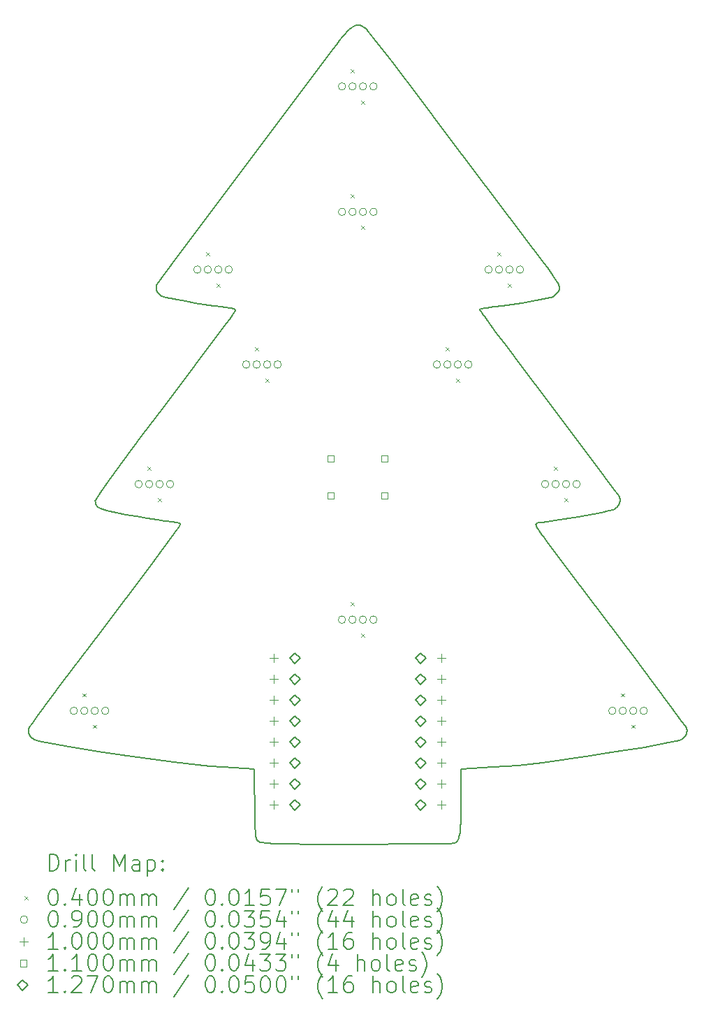
<source format=gbr>
%TF.GenerationSoftware,KiCad,Pcbnew,8.0.6*%
%TF.CreationDate,2024-11-27T22:06:43+01:00*%
%TF.ProjectId,christmas_soldering_kit_2024,63687269-7374-46d6-9173-5f736f6c6465,rev?*%
%TF.SameCoordinates,Original*%
%TF.FileFunction,Drillmap*%
%TF.FilePolarity,Positive*%
%FSLAX45Y45*%
G04 Gerber Fmt 4.5, Leading zero omitted, Abs format (unit mm)*
G04 Created by KiCad (PCBNEW 8.0.6) date 2024-11-27 22:06:43*
%MOMM*%
%LPD*%
G01*
G04 APERTURE LIST*
%ADD10C,0.180323*%
%ADD11C,0.200000*%
%ADD12C,0.100000*%
%ADD13C,0.110000*%
%ADD14C,0.127000*%
G04 APERTURE END LIST*
D10*
X15061775Y-4284526D02*
X15070828Y-4286032D01*
X15079896Y-4288479D01*
X15089024Y-4291838D01*
X15098257Y-4296082D01*
X15107641Y-4301182D01*
X15127044Y-4313837D01*
X15147597Y-4329578D01*
X15158352Y-4340874D01*
X15178542Y-4364812D01*
X15245147Y-4447908D01*
X15468711Y-4736042D01*
X15785041Y-5150702D01*
X16160888Y-5648606D01*
X17307839Y-7172816D01*
X17349104Y-7228005D01*
X17386220Y-7279215D01*
X17418770Y-7325803D01*
X17446340Y-7367128D01*
X17468513Y-7402548D01*
X17484872Y-7431422D01*
X17490743Y-7443203D01*
X17495003Y-7453108D01*
X17497603Y-7461055D01*
X17498490Y-7466964D01*
X17498339Y-7471365D01*
X17497872Y-7475844D01*
X17497099Y-7480388D01*
X17496031Y-7484986D01*
X17494678Y-7489627D01*
X17493050Y-7494299D01*
X17491157Y-7498992D01*
X17489010Y-7503694D01*
X17483993Y-7513079D01*
X17478080Y-7522364D01*
X17471353Y-7531459D01*
X17463893Y-7540273D01*
X17455783Y-7548715D01*
X17447103Y-7556696D01*
X17437935Y-7564123D01*
X17428361Y-7570908D01*
X17418462Y-7576960D01*
X17413417Y-7579682D01*
X17408321Y-7582187D01*
X17403184Y-7584463D01*
X17398018Y-7586500D01*
X17392831Y-7588285D01*
X17387635Y-7589807D01*
X17339640Y-7600115D01*
X17257641Y-7615233D01*
X17034326Y-7652961D01*
X16803073Y-7689113D01*
X16711152Y-7702262D01*
X16649265Y-7709813D01*
X16624892Y-7712409D01*
X16602155Y-7715309D01*
X16581549Y-7718413D01*
X16563575Y-7721626D01*
X16548728Y-7724850D01*
X16537507Y-7727986D01*
X16533412Y-7729491D01*
X16530410Y-7730938D01*
X16528563Y-7732314D01*
X16528092Y-7732972D01*
X16527933Y-7733608D01*
X16528057Y-7734390D01*
X16528423Y-7735483D01*
X16529862Y-7738568D01*
X16532201Y-7742791D01*
X16535391Y-7748084D01*
X16544131Y-7761600D01*
X16555696Y-7778555D01*
X16569697Y-7798394D01*
X16585748Y-7820557D01*
X16603460Y-7844488D01*
X16622445Y-7869627D01*
X16727808Y-8008807D01*
X16848411Y-8169419D01*
X17049143Y-8437037D01*
X17334284Y-8814274D01*
X17945590Y-9627581D01*
X18140782Y-9891589D01*
X18221782Y-10006044D01*
X18224090Y-10010853D01*
X18226028Y-10015815D01*
X18227600Y-10020913D01*
X18228816Y-10026132D01*
X18229682Y-10031458D01*
X18230205Y-10036875D01*
X18230394Y-10042369D01*
X18230254Y-10047923D01*
X18229794Y-10053523D01*
X18229021Y-10059154D01*
X18227941Y-10064800D01*
X18226563Y-10070447D01*
X18224894Y-10076079D01*
X18222940Y-10081681D01*
X18220710Y-10087238D01*
X18218211Y-10092735D01*
X18215449Y-10098157D01*
X18212432Y-10103488D01*
X18209168Y-10108713D01*
X18205663Y-10113817D01*
X18201926Y-10118785D01*
X18197963Y-10123603D01*
X18193782Y-10128254D01*
X18189389Y-10132723D01*
X18184793Y-10136996D01*
X18180000Y-10141057D01*
X18175019Y-10144892D01*
X18169855Y-10148484D01*
X18164517Y-10151819D01*
X18159011Y-10154882D01*
X18153346Y-10157657D01*
X18147528Y-10160130D01*
X18097267Y-10173013D01*
X17998913Y-10193321D01*
X17721184Y-10244966D01*
X17440859Y-10292564D01*
X17339259Y-10307815D01*
X17284454Y-10313617D01*
X17265723Y-10313984D01*
X17257350Y-10314408D01*
X17249648Y-10315030D01*
X17242622Y-10315880D01*
X17236281Y-10316987D01*
X17230629Y-10318382D01*
X17225673Y-10320092D01*
X17221420Y-10322148D01*
X17217876Y-10324579D01*
X17215047Y-10327414D01*
X17212941Y-10330683D01*
X17211562Y-10334414D01*
X17210919Y-10338638D01*
X17211017Y-10343383D01*
X17211862Y-10348679D01*
X17213462Y-10354555D01*
X17215822Y-10361041D01*
X17218949Y-10368166D01*
X17222849Y-10375959D01*
X17227529Y-10384450D01*
X17232995Y-10393668D01*
X17239254Y-10403642D01*
X17246311Y-10414402D01*
X17262850Y-10438396D01*
X17282661Y-10465884D01*
X17305797Y-10497103D01*
X17332308Y-10532285D01*
X17640721Y-10941471D01*
X18410006Y-11961396D01*
X18646700Y-12276106D01*
X18843247Y-12539990D01*
X18979173Y-12725381D01*
X19018006Y-12779995D01*
X19034005Y-12804609D01*
X19036009Y-12809606D01*
X19037666Y-12814692D01*
X19038980Y-12819856D01*
X19039958Y-12825087D01*
X19040605Y-12830374D01*
X19040927Y-12835706D01*
X19040930Y-12841073D01*
X19040621Y-12846462D01*
X19040004Y-12851864D01*
X19039085Y-12857267D01*
X19037871Y-12862660D01*
X19036367Y-12868033D01*
X19034579Y-12873374D01*
X19032514Y-12878672D01*
X19030176Y-12883916D01*
X19027571Y-12889096D01*
X19024706Y-12894200D01*
X19021587Y-12899218D01*
X19018218Y-12904138D01*
X19014606Y-12908949D01*
X19010758Y-12913640D01*
X19006678Y-12918202D01*
X19002372Y-12922621D01*
X18997847Y-12926888D01*
X18993108Y-12930991D01*
X18988161Y-12934920D01*
X18983012Y-12938664D01*
X18977666Y-12942211D01*
X18972130Y-12945550D01*
X18966410Y-12948671D01*
X18960511Y-12951563D01*
X18954439Y-12954214D01*
X18906843Y-12966775D01*
X18812510Y-12986260D01*
X18526660Y-13038504D01*
X18182955Y-13095952D01*
X18016303Y-13121941D01*
X17867461Y-13143608D01*
X17289471Y-13224326D01*
X17141639Y-13242402D01*
X16991664Y-13258414D01*
X16839141Y-13271751D01*
X16683666Y-13281803D01*
X16300248Y-13301828D01*
X16300248Y-13701130D01*
X16299628Y-13841337D01*
X16297335Y-13952065D01*
X16295358Y-13997536D01*
X16292719Y-14037031D01*
X16289336Y-14071016D01*
X16285129Y-14099956D01*
X16280015Y-14124314D01*
X16273914Y-14144556D01*
X16266744Y-14161147D01*
X16258424Y-14174552D01*
X16248873Y-14185235D01*
X16238010Y-14193662D01*
X16225752Y-14200297D01*
X16212019Y-14205606D01*
X16175807Y-14207695D01*
X16087151Y-14209645D01*
X15794615Y-14212954D01*
X15043366Y-14216011D01*
X14526581Y-14215285D01*
X14165059Y-14211410D01*
X14038246Y-14207495D01*
X13945118Y-14201836D01*
X13883965Y-14194116D01*
X13864845Y-14189384D01*
X13853077Y-14184016D01*
X13853081Y-14184016D01*
X13845034Y-14178282D01*
X13841388Y-14175475D01*
X13837980Y-14172599D01*
X13834802Y-14169569D01*
X13831844Y-14166302D01*
X13830444Y-14164555D01*
X13829096Y-14162717D01*
X13827799Y-14160778D01*
X13826550Y-14158728D01*
X13825349Y-14156558D01*
X13824196Y-14154255D01*
X13823087Y-14151810D01*
X13822024Y-14149213D01*
X13821003Y-14146453D01*
X13820025Y-14143519D01*
X13818190Y-14137091D01*
X13816510Y-14129846D01*
X13814975Y-14121699D01*
X13813575Y-14112570D01*
X13812302Y-14102373D01*
X13811146Y-14091027D01*
X13810098Y-14078447D01*
X13809148Y-14064553D01*
X13808287Y-14049259D01*
X13807505Y-14032483D01*
X13806794Y-14014143D01*
X13806143Y-13994154D01*
X13805544Y-13972435D01*
X13804463Y-13923471D01*
X13803476Y-13866587D01*
X13801482Y-13726400D01*
X13798492Y-13505716D01*
X13795716Y-13300777D01*
X13422920Y-13279645D01*
X13263960Y-13268833D01*
X13110933Y-13255168D01*
X12962758Y-13239204D01*
X12818351Y-13221498D01*
X12256749Y-13144355D01*
X11907390Y-13093471D01*
X11553080Y-13035057D01*
X11270158Y-12982415D01*
X11179323Y-12962417D01*
X11134961Y-12948850D01*
X11128803Y-12945353D01*
X11122888Y-12941724D01*
X11117219Y-12937967D01*
X11111797Y-12934087D01*
X11106626Y-12930092D01*
X11101707Y-12925985D01*
X11097044Y-12921773D01*
X11092637Y-12917461D01*
X11088491Y-12913055D01*
X11084607Y-12908561D01*
X11080988Y-12903983D01*
X11077636Y-12899328D01*
X11074553Y-12894601D01*
X11071742Y-12889807D01*
X11069205Y-12884953D01*
X11066945Y-12880043D01*
X11064964Y-12875084D01*
X11063264Y-12870081D01*
X11061848Y-12865039D01*
X11060718Y-12859964D01*
X11059877Y-12854862D01*
X11059327Y-12849738D01*
X11059070Y-12844598D01*
X11059109Y-12839447D01*
X11059446Y-12834291D01*
X11060083Y-12829136D01*
X11061024Y-12823986D01*
X11062270Y-12818848D01*
X11063824Y-12813728D01*
X11065687Y-12808630D01*
X11067864Y-12803560D01*
X11070355Y-12798524D01*
X11102048Y-12752295D01*
X11180205Y-12645148D01*
X11470473Y-12255358D01*
X11930294Y-11643662D01*
X12548800Y-10824569D01*
X12690231Y-10635277D01*
X12803949Y-10478697D01*
X12846795Y-10417758D01*
X12878367Y-10371098D01*
X12897219Y-10340751D01*
X12901421Y-10332330D01*
X12901900Y-10328750D01*
X12899569Y-10327576D01*
X12895527Y-10326215D01*
X12889869Y-10324684D01*
X12882693Y-10322999D01*
X12864172Y-10319233D01*
X12840738Y-10315048D01*
X12813163Y-10310577D01*
X12782222Y-10305949D01*
X12748687Y-10301296D01*
X12713332Y-10296751D01*
X12621790Y-10283971D01*
X12501600Y-10265120D01*
X12368369Y-10242736D01*
X12237701Y-10219359D01*
X12130271Y-10198698D01*
X12045487Y-10180302D01*
X12010785Y-10171591D01*
X11980783Y-10163011D01*
X11955160Y-10154418D01*
X11933595Y-10145665D01*
X11915768Y-10136610D01*
X11901358Y-10127106D01*
X11890044Y-10117008D01*
X11881507Y-10106173D01*
X11875425Y-10094454D01*
X11871477Y-10081706D01*
X11869344Y-10067786D01*
X11868704Y-10052548D01*
X11869846Y-10047978D01*
X11873325Y-10040437D01*
X11887610Y-10016018D01*
X11912187Y-9978438D01*
X11947687Y-9926844D01*
X12053976Y-9778199D01*
X12211514Y-9563258D01*
X12425342Y-9275194D01*
X12700499Y-8907184D01*
X13454956Y-7904017D01*
X13496596Y-7848097D01*
X13532091Y-7799165D01*
X13557679Y-7762494D01*
X13565583Y-7750404D01*
X13569599Y-7743356D01*
X13570061Y-7741972D01*
X13570208Y-7740605D01*
X13570034Y-7739252D01*
X13569536Y-7737914D01*
X13568710Y-7736589D01*
X13567553Y-7735275D01*
X13566059Y-7733973D01*
X13564226Y-7732680D01*
X13562050Y-7731397D01*
X13559526Y-7730122D01*
X13556650Y-7728853D01*
X13553419Y-7727591D01*
X13549829Y-7726333D01*
X13545875Y-7725080D01*
X13541555Y-7723829D01*
X13536863Y-7722581D01*
X13526350Y-7720085D01*
X13514306Y-7717586D01*
X13500699Y-7715074D01*
X13485498Y-7712542D01*
X13468670Y-7709981D01*
X13450186Y-7707384D01*
X13430013Y-7704743D01*
X13408120Y-7702049D01*
X13300276Y-7688141D01*
X13186633Y-7671727D01*
X13072506Y-7653745D01*
X12963208Y-7635139D01*
X12864057Y-7616847D01*
X12780366Y-7599812D01*
X12717451Y-7584973D01*
X12680628Y-7573272D01*
X12675519Y-7570858D01*
X12670559Y-7568244D01*
X12665753Y-7565440D01*
X12661104Y-7562452D01*
X12656616Y-7559289D01*
X12652293Y-7555958D01*
X12648140Y-7552468D01*
X12644159Y-7548825D01*
X12640357Y-7545039D01*
X12636735Y-7541117D01*
X12633299Y-7537066D01*
X12630052Y-7532896D01*
X12626998Y-7528613D01*
X12624142Y-7524225D01*
X12621487Y-7519741D01*
X12619038Y-7515168D01*
X12616797Y-7510514D01*
X12614770Y-7505787D01*
X12612961Y-7500995D01*
X12611372Y-7496146D01*
X12610009Y-7491247D01*
X12608876Y-7486307D01*
X12607975Y-7481333D01*
X12607313Y-7476333D01*
X12606891Y-7471316D01*
X12606715Y-7466288D01*
X12606788Y-7461259D01*
X12607115Y-7456235D01*
X12607699Y-7451225D01*
X12608544Y-7446236D01*
X12609655Y-7441277D01*
X12611035Y-7436355D01*
X12842786Y-7118921D01*
X13402061Y-6369068D01*
X14753014Y-4574420D01*
X14794513Y-4520175D01*
X14832070Y-4472176D01*
X14866048Y-4430196D01*
X14896812Y-4394011D01*
X14924724Y-4363393D01*
X14950149Y-4338119D01*
X14973450Y-4317962D01*
X14984418Y-4309731D01*
X14994991Y-4302696D01*
X15005215Y-4296826D01*
X15015136Y-4292095D01*
X15024798Y-4288474D01*
X15034248Y-4285935D01*
X15043530Y-4284450D01*
X15052691Y-4283989D01*
X15061775Y-4284526D01*
D11*
D12*
X11714800Y-12387400D02*
X11754800Y-12427400D01*
X11754800Y-12387400D02*
X11714800Y-12427400D01*
X11841800Y-12768400D02*
X11881800Y-12808400D01*
X11881800Y-12768400D02*
X11841800Y-12808400D01*
X12502200Y-9639500D02*
X12542200Y-9679500D01*
X12542200Y-9639500D02*
X12502200Y-9679500D01*
X12629200Y-10020500D02*
X12669200Y-10060500D01*
X12669200Y-10020500D02*
X12629200Y-10060500D01*
X13213400Y-7039500D02*
X13253400Y-7079500D01*
X13253400Y-7039500D02*
X13213400Y-7079500D01*
X13340400Y-7420500D02*
X13380400Y-7460500D01*
X13380400Y-7420500D02*
X13340400Y-7460500D01*
X13805000Y-8189500D02*
X13845000Y-8229500D01*
X13845000Y-8189500D02*
X13805000Y-8229500D01*
X13932000Y-8570500D02*
X13972000Y-8610500D01*
X13972000Y-8570500D02*
X13932000Y-8610500D01*
X14966000Y-4818700D02*
X15006000Y-4858700D01*
X15006000Y-4818700D02*
X14966000Y-4858700D01*
X14966000Y-11283000D02*
X15006000Y-11323000D01*
X15006000Y-11283000D02*
X14966000Y-11323000D01*
X14967000Y-6339500D02*
X15007000Y-6379500D01*
X15007000Y-6339500D02*
X14967000Y-6379500D01*
X15093000Y-5199700D02*
X15133000Y-5239700D01*
X15133000Y-5199700D02*
X15093000Y-5239700D01*
X15093000Y-11664000D02*
X15133000Y-11704000D01*
X15133000Y-11664000D02*
X15093000Y-11704000D01*
X15094000Y-6720500D02*
X15134000Y-6760500D01*
X15134000Y-6720500D02*
X15094000Y-6760500D01*
X16117000Y-8189500D02*
X16157000Y-8229500D01*
X16157000Y-8189500D02*
X16117000Y-8229500D01*
X16244000Y-8570500D02*
X16284000Y-8610500D01*
X16284000Y-8570500D02*
X16244000Y-8610500D01*
X16744000Y-7039500D02*
X16784000Y-7079500D01*
X16784000Y-7039500D02*
X16744000Y-7079500D01*
X16871000Y-7420500D02*
X16911000Y-7460500D01*
X16911000Y-7420500D02*
X16871000Y-7460500D01*
X17429800Y-9639500D02*
X17469800Y-9679500D01*
X17469800Y-9639500D02*
X17429800Y-9679500D01*
X17556800Y-10020500D02*
X17596800Y-10060500D01*
X17596800Y-10020500D02*
X17556800Y-10060500D01*
X18242600Y-12387400D02*
X18282600Y-12427400D01*
X18282600Y-12387400D02*
X18242600Y-12427400D01*
X18369600Y-12768400D02*
X18409600Y-12808400D01*
X18409600Y-12768400D02*
X18369600Y-12808400D01*
X11652800Y-12597900D02*
G75*
G02*
X11562800Y-12597900I-45000J0D01*
G01*
X11562800Y-12597900D02*
G75*
G02*
X11652800Y-12597900I45000J0D01*
G01*
X11779800Y-12597900D02*
G75*
G02*
X11689800Y-12597900I-45000J0D01*
G01*
X11689800Y-12597900D02*
G75*
G02*
X11779800Y-12597900I45000J0D01*
G01*
X11906800Y-12597900D02*
G75*
G02*
X11816800Y-12597900I-45000J0D01*
G01*
X11816800Y-12597900D02*
G75*
G02*
X11906800Y-12597900I45000J0D01*
G01*
X12033800Y-12597900D02*
G75*
G02*
X11943800Y-12597900I-45000J0D01*
G01*
X11943800Y-12597900D02*
G75*
G02*
X12033800Y-12597900I45000J0D01*
G01*
X12440200Y-9850000D02*
G75*
G02*
X12350200Y-9850000I-45000J0D01*
G01*
X12350200Y-9850000D02*
G75*
G02*
X12440200Y-9850000I45000J0D01*
G01*
X12567200Y-9850000D02*
G75*
G02*
X12477200Y-9850000I-45000J0D01*
G01*
X12477200Y-9850000D02*
G75*
G02*
X12567200Y-9850000I45000J0D01*
G01*
X12694200Y-9850000D02*
G75*
G02*
X12604200Y-9850000I-45000J0D01*
G01*
X12604200Y-9850000D02*
G75*
G02*
X12694200Y-9850000I45000J0D01*
G01*
X12821200Y-9850000D02*
G75*
G02*
X12731200Y-9850000I-45000J0D01*
G01*
X12731200Y-9850000D02*
G75*
G02*
X12821200Y-9850000I45000J0D01*
G01*
X13151400Y-7250000D02*
G75*
G02*
X13061400Y-7250000I-45000J0D01*
G01*
X13061400Y-7250000D02*
G75*
G02*
X13151400Y-7250000I45000J0D01*
G01*
X13278400Y-7250000D02*
G75*
G02*
X13188400Y-7250000I-45000J0D01*
G01*
X13188400Y-7250000D02*
G75*
G02*
X13278400Y-7250000I45000J0D01*
G01*
X13405400Y-7250000D02*
G75*
G02*
X13315400Y-7250000I-45000J0D01*
G01*
X13315400Y-7250000D02*
G75*
G02*
X13405400Y-7250000I45000J0D01*
G01*
X13532400Y-7250000D02*
G75*
G02*
X13442400Y-7250000I-45000J0D01*
G01*
X13442400Y-7250000D02*
G75*
G02*
X13532400Y-7250000I45000J0D01*
G01*
X13743000Y-8400000D02*
G75*
G02*
X13653000Y-8400000I-45000J0D01*
G01*
X13653000Y-8400000D02*
G75*
G02*
X13743000Y-8400000I45000J0D01*
G01*
X13870000Y-8400000D02*
G75*
G02*
X13780000Y-8400000I-45000J0D01*
G01*
X13780000Y-8400000D02*
G75*
G02*
X13870000Y-8400000I45000J0D01*
G01*
X13997000Y-8400000D02*
G75*
G02*
X13907000Y-8400000I-45000J0D01*
G01*
X13907000Y-8400000D02*
G75*
G02*
X13997000Y-8400000I45000J0D01*
G01*
X14124000Y-8400000D02*
G75*
G02*
X14034000Y-8400000I-45000J0D01*
G01*
X14034000Y-8400000D02*
G75*
G02*
X14124000Y-8400000I45000J0D01*
G01*
X14904000Y-5029200D02*
G75*
G02*
X14814000Y-5029200I-45000J0D01*
G01*
X14814000Y-5029200D02*
G75*
G02*
X14904000Y-5029200I45000J0D01*
G01*
X14904000Y-11493500D02*
G75*
G02*
X14814000Y-11493500I-45000J0D01*
G01*
X14814000Y-11493500D02*
G75*
G02*
X14904000Y-11493500I45000J0D01*
G01*
X14905000Y-6550000D02*
G75*
G02*
X14815000Y-6550000I-45000J0D01*
G01*
X14815000Y-6550000D02*
G75*
G02*
X14905000Y-6550000I45000J0D01*
G01*
X15031000Y-5029200D02*
G75*
G02*
X14941000Y-5029200I-45000J0D01*
G01*
X14941000Y-5029200D02*
G75*
G02*
X15031000Y-5029200I45000J0D01*
G01*
X15031000Y-11493500D02*
G75*
G02*
X14941000Y-11493500I-45000J0D01*
G01*
X14941000Y-11493500D02*
G75*
G02*
X15031000Y-11493500I45000J0D01*
G01*
X15032000Y-6550000D02*
G75*
G02*
X14942000Y-6550000I-45000J0D01*
G01*
X14942000Y-6550000D02*
G75*
G02*
X15032000Y-6550000I45000J0D01*
G01*
X15158000Y-5029200D02*
G75*
G02*
X15068000Y-5029200I-45000J0D01*
G01*
X15068000Y-5029200D02*
G75*
G02*
X15158000Y-5029200I45000J0D01*
G01*
X15158000Y-11493500D02*
G75*
G02*
X15068000Y-11493500I-45000J0D01*
G01*
X15068000Y-11493500D02*
G75*
G02*
X15158000Y-11493500I45000J0D01*
G01*
X15159000Y-6550000D02*
G75*
G02*
X15069000Y-6550000I-45000J0D01*
G01*
X15069000Y-6550000D02*
G75*
G02*
X15159000Y-6550000I45000J0D01*
G01*
X15285000Y-5029200D02*
G75*
G02*
X15195000Y-5029200I-45000J0D01*
G01*
X15195000Y-5029200D02*
G75*
G02*
X15285000Y-5029200I45000J0D01*
G01*
X15285000Y-11493500D02*
G75*
G02*
X15195000Y-11493500I-45000J0D01*
G01*
X15195000Y-11493500D02*
G75*
G02*
X15285000Y-11493500I45000J0D01*
G01*
X15286000Y-6550000D02*
G75*
G02*
X15196000Y-6550000I-45000J0D01*
G01*
X15196000Y-6550000D02*
G75*
G02*
X15286000Y-6550000I45000J0D01*
G01*
X16055000Y-8400000D02*
G75*
G02*
X15965000Y-8400000I-45000J0D01*
G01*
X15965000Y-8400000D02*
G75*
G02*
X16055000Y-8400000I45000J0D01*
G01*
X16182000Y-8400000D02*
G75*
G02*
X16092000Y-8400000I-45000J0D01*
G01*
X16092000Y-8400000D02*
G75*
G02*
X16182000Y-8400000I45000J0D01*
G01*
X16309000Y-8400000D02*
G75*
G02*
X16219000Y-8400000I-45000J0D01*
G01*
X16219000Y-8400000D02*
G75*
G02*
X16309000Y-8400000I45000J0D01*
G01*
X16436000Y-8400000D02*
G75*
G02*
X16346000Y-8400000I-45000J0D01*
G01*
X16346000Y-8400000D02*
G75*
G02*
X16436000Y-8400000I45000J0D01*
G01*
X16682000Y-7250000D02*
G75*
G02*
X16592000Y-7250000I-45000J0D01*
G01*
X16592000Y-7250000D02*
G75*
G02*
X16682000Y-7250000I45000J0D01*
G01*
X16809000Y-7250000D02*
G75*
G02*
X16719000Y-7250000I-45000J0D01*
G01*
X16719000Y-7250000D02*
G75*
G02*
X16809000Y-7250000I45000J0D01*
G01*
X16936000Y-7250000D02*
G75*
G02*
X16846000Y-7250000I-45000J0D01*
G01*
X16846000Y-7250000D02*
G75*
G02*
X16936000Y-7250000I45000J0D01*
G01*
X17063000Y-7250000D02*
G75*
G02*
X16973000Y-7250000I-45000J0D01*
G01*
X16973000Y-7250000D02*
G75*
G02*
X17063000Y-7250000I45000J0D01*
G01*
X17367800Y-9850000D02*
G75*
G02*
X17277800Y-9850000I-45000J0D01*
G01*
X17277800Y-9850000D02*
G75*
G02*
X17367800Y-9850000I45000J0D01*
G01*
X17494800Y-9850000D02*
G75*
G02*
X17404800Y-9850000I-45000J0D01*
G01*
X17404800Y-9850000D02*
G75*
G02*
X17494800Y-9850000I45000J0D01*
G01*
X17621800Y-9850000D02*
G75*
G02*
X17531800Y-9850000I-45000J0D01*
G01*
X17531800Y-9850000D02*
G75*
G02*
X17621800Y-9850000I45000J0D01*
G01*
X17748800Y-9850000D02*
G75*
G02*
X17658800Y-9850000I-45000J0D01*
G01*
X17658800Y-9850000D02*
G75*
G02*
X17748800Y-9850000I45000J0D01*
G01*
X18180600Y-12597900D02*
G75*
G02*
X18090600Y-12597900I-45000J0D01*
G01*
X18090600Y-12597900D02*
G75*
G02*
X18180600Y-12597900I45000J0D01*
G01*
X18307600Y-12597900D02*
G75*
G02*
X18217600Y-12597900I-45000J0D01*
G01*
X18217600Y-12597900D02*
G75*
G02*
X18307600Y-12597900I45000J0D01*
G01*
X18434600Y-12597900D02*
G75*
G02*
X18344600Y-12597900I-45000J0D01*
G01*
X18344600Y-12597900D02*
G75*
G02*
X18434600Y-12597900I45000J0D01*
G01*
X18561600Y-12597900D02*
G75*
G02*
X18471600Y-12597900I-45000J0D01*
G01*
X18471600Y-12597900D02*
G75*
G02*
X18561600Y-12597900I45000J0D01*
G01*
X14034000Y-11910000D02*
X14034000Y-12010000D01*
X13984000Y-11960000D02*
X14084000Y-11960000D01*
X14034000Y-12164000D02*
X14034000Y-12264000D01*
X13984000Y-12214000D02*
X14084000Y-12214000D01*
X14034000Y-12418000D02*
X14034000Y-12518000D01*
X13984000Y-12468000D02*
X14084000Y-12468000D01*
X14034000Y-12672000D02*
X14034000Y-12772000D01*
X13984000Y-12722000D02*
X14084000Y-12722000D01*
X14034000Y-12926000D02*
X14034000Y-13026000D01*
X13984000Y-12976000D02*
X14084000Y-12976000D01*
X14034000Y-13180000D02*
X14034000Y-13280000D01*
X13984000Y-13230000D02*
X14084000Y-13230000D01*
X14034000Y-13434000D02*
X14034000Y-13534000D01*
X13984000Y-13484000D02*
X14084000Y-13484000D01*
X14034000Y-13688000D02*
X14034000Y-13788000D01*
X13984000Y-13738000D02*
X14084000Y-13738000D01*
X16066000Y-11910000D02*
X16066000Y-12010000D01*
X16016000Y-11960000D02*
X16116000Y-11960000D01*
X16066000Y-12164000D02*
X16066000Y-12264000D01*
X16016000Y-12214000D02*
X16116000Y-12214000D01*
X16066000Y-12418000D02*
X16066000Y-12518000D01*
X16016000Y-12468000D02*
X16116000Y-12468000D01*
X16066000Y-12672000D02*
X16066000Y-12772000D01*
X16016000Y-12722000D02*
X16116000Y-12722000D01*
X16066000Y-12926000D02*
X16066000Y-13026000D01*
X16016000Y-12976000D02*
X16116000Y-12976000D01*
X16066000Y-13180000D02*
X16066000Y-13280000D01*
X16016000Y-13230000D02*
X16116000Y-13230000D01*
X16066000Y-13434000D02*
X16066000Y-13534000D01*
X16016000Y-13484000D02*
X16116000Y-13484000D01*
X16066000Y-13688000D02*
X16066000Y-13788000D01*
X16016000Y-13738000D02*
X16116000Y-13738000D01*
D13*
X14763391Y-9580191D02*
X14763391Y-9502409D01*
X14685609Y-9502409D01*
X14685609Y-9580191D01*
X14763391Y-9580191D01*
X14763391Y-10030191D02*
X14763391Y-9952409D01*
X14685609Y-9952409D01*
X14685609Y-10030191D01*
X14763391Y-10030191D01*
X15413391Y-9580191D02*
X15413391Y-9502409D01*
X15335609Y-9502409D01*
X15335609Y-9580191D01*
X15413391Y-9580191D01*
X15413391Y-10030191D02*
X15413391Y-9952409D01*
X15335609Y-9952409D01*
X15335609Y-10030191D01*
X15413391Y-10030191D01*
D14*
X14288000Y-12023500D02*
X14351500Y-11960000D01*
X14288000Y-11896500D01*
X14224500Y-11960000D01*
X14288000Y-12023500D01*
X14288000Y-12277500D02*
X14351500Y-12214000D01*
X14288000Y-12150500D01*
X14224500Y-12214000D01*
X14288000Y-12277500D01*
X14288000Y-12531500D02*
X14351500Y-12468000D01*
X14288000Y-12404500D01*
X14224500Y-12468000D01*
X14288000Y-12531500D01*
X14288000Y-12785500D02*
X14351500Y-12722000D01*
X14288000Y-12658500D01*
X14224500Y-12722000D01*
X14288000Y-12785500D01*
X14288000Y-13039500D02*
X14351500Y-12976000D01*
X14288000Y-12912500D01*
X14224500Y-12976000D01*
X14288000Y-13039500D01*
X14288000Y-13293500D02*
X14351500Y-13230000D01*
X14288000Y-13166500D01*
X14224500Y-13230000D01*
X14288000Y-13293500D01*
X14288000Y-13547500D02*
X14351500Y-13484000D01*
X14288000Y-13420500D01*
X14224500Y-13484000D01*
X14288000Y-13547500D01*
X14288000Y-13801500D02*
X14351500Y-13738000D01*
X14288000Y-13674500D01*
X14224500Y-13738000D01*
X14288000Y-13801500D01*
X15812000Y-12023500D02*
X15875500Y-11960000D01*
X15812000Y-11896500D01*
X15748500Y-11960000D01*
X15812000Y-12023500D01*
X15812000Y-12277500D02*
X15875500Y-12214000D01*
X15812000Y-12150500D01*
X15748500Y-12214000D01*
X15812000Y-12277500D01*
X15812000Y-12531500D02*
X15875500Y-12468000D01*
X15812000Y-12404500D01*
X15748500Y-12468000D01*
X15812000Y-12531500D01*
X15812000Y-12785500D02*
X15875500Y-12722000D01*
X15812000Y-12658500D01*
X15748500Y-12722000D01*
X15812000Y-12785500D01*
X15812000Y-13039500D02*
X15875500Y-12976000D01*
X15812000Y-12912500D01*
X15748500Y-12976000D01*
X15812000Y-13039500D01*
X15812000Y-13293500D02*
X15875500Y-13230000D01*
X15812000Y-13166500D01*
X15748500Y-13230000D01*
X15812000Y-13293500D01*
X15812000Y-13547500D02*
X15875500Y-13484000D01*
X15812000Y-13420500D01*
X15748500Y-13484000D01*
X15812000Y-13547500D01*
X15812000Y-13801500D02*
X15875500Y-13738000D01*
X15812000Y-13674500D01*
X15748500Y-13738000D01*
X15812000Y-13801500D01*
D11*
X11310830Y-14536511D02*
X11310830Y-14336511D01*
X11310830Y-14336511D02*
X11358449Y-14336511D01*
X11358449Y-14336511D02*
X11387021Y-14346034D01*
X11387021Y-14346034D02*
X11406068Y-14365082D01*
X11406068Y-14365082D02*
X11415592Y-14384130D01*
X11415592Y-14384130D02*
X11425116Y-14422225D01*
X11425116Y-14422225D02*
X11425116Y-14450796D01*
X11425116Y-14450796D02*
X11415592Y-14488891D01*
X11415592Y-14488891D02*
X11406068Y-14507939D01*
X11406068Y-14507939D02*
X11387021Y-14526987D01*
X11387021Y-14526987D02*
X11358449Y-14536511D01*
X11358449Y-14536511D02*
X11310830Y-14536511D01*
X11510830Y-14536511D02*
X11510830Y-14403177D01*
X11510830Y-14441272D02*
X11520354Y-14422225D01*
X11520354Y-14422225D02*
X11529878Y-14412701D01*
X11529878Y-14412701D02*
X11548926Y-14403177D01*
X11548926Y-14403177D02*
X11567973Y-14403177D01*
X11634640Y-14536511D02*
X11634640Y-14403177D01*
X11634640Y-14336511D02*
X11625116Y-14346034D01*
X11625116Y-14346034D02*
X11634640Y-14355558D01*
X11634640Y-14355558D02*
X11644164Y-14346034D01*
X11644164Y-14346034D02*
X11634640Y-14336511D01*
X11634640Y-14336511D02*
X11634640Y-14355558D01*
X11758449Y-14536511D02*
X11739402Y-14526987D01*
X11739402Y-14526987D02*
X11729878Y-14507939D01*
X11729878Y-14507939D02*
X11729878Y-14336511D01*
X11863211Y-14536511D02*
X11844164Y-14526987D01*
X11844164Y-14526987D02*
X11834640Y-14507939D01*
X11834640Y-14507939D02*
X11834640Y-14336511D01*
X12091783Y-14536511D02*
X12091783Y-14336511D01*
X12091783Y-14336511D02*
X12158449Y-14479368D01*
X12158449Y-14479368D02*
X12225116Y-14336511D01*
X12225116Y-14336511D02*
X12225116Y-14536511D01*
X12406068Y-14536511D02*
X12406068Y-14431749D01*
X12406068Y-14431749D02*
X12396545Y-14412701D01*
X12396545Y-14412701D02*
X12377497Y-14403177D01*
X12377497Y-14403177D02*
X12339402Y-14403177D01*
X12339402Y-14403177D02*
X12320354Y-14412701D01*
X12406068Y-14526987D02*
X12387021Y-14536511D01*
X12387021Y-14536511D02*
X12339402Y-14536511D01*
X12339402Y-14536511D02*
X12320354Y-14526987D01*
X12320354Y-14526987D02*
X12310830Y-14507939D01*
X12310830Y-14507939D02*
X12310830Y-14488891D01*
X12310830Y-14488891D02*
X12320354Y-14469844D01*
X12320354Y-14469844D02*
X12339402Y-14460320D01*
X12339402Y-14460320D02*
X12387021Y-14460320D01*
X12387021Y-14460320D02*
X12406068Y-14450796D01*
X12501307Y-14403177D02*
X12501307Y-14603177D01*
X12501307Y-14412701D02*
X12520354Y-14403177D01*
X12520354Y-14403177D02*
X12558449Y-14403177D01*
X12558449Y-14403177D02*
X12577497Y-14412701D01*
X12577497Y-14412701D02*
X12587021Y-14422225D01*
X12587021Y-14422225D02*
X12596545Y-14441272D01*
X12596545Y-14441272D02*
X12596545Y-14498415D01*
X12596545Y-14498415D02*
X12587021Y-14517463D01*
X12587021Y-14517463D02*
X12577497Y-14526987D01*
X12577497Y-14526987D02*
X12558449Y-14536511D01*
X12558449Y-14536511D02*
X12520354Y-14536511D01*
X12520354Y-14536511D02*
X12501307Y-14526987D01*
X12682259Y-14517463D02*
X12691783Y-14526987D01*
X12691783Y-14526987D02*
X12682259Y-14536511D01*
X12682259Y-14536511D02*
X12672735Y-14526987D01*
X12672735Y-14526987D02*
X12682259Y-14517463D01*
X12682259Y-14517463D02*
X12682259Y-14536511D01*
X12682259Y-14412701D02*
X12691783Y-14422225D01*
X12691783Y-14422225D02*
X12682259Y-14431749D01*
X12682259Y-14431749D02*
X12672735Y-14422225D01*
X12672735Y-14422225D02*
X12682259Y-14412701D01*
X12682259Y-14412701D02*
X12682259Y-14431749D01*
D12*
X11010054Y-14845027D02*
X11050054Y-14885027D01*
X11050054Y-14845027D02*
X11010054Y-14885027D01*
D11*
X11348926Y-14756511D02*
X11367973Y-14756511D01*
X11367973Y-14756511D02*
X11387021Y-14766034D01*
X11387021Y-14766034D02*
X11396545Y-14775558D01*
X11396545Y-14775558D02*
X11406068Y-14794606D01*
X11406068Y-14794606D02*
X11415592Y-14832701D01*
X11415592Y-14832701D02*
X11415592Y-14880320D01*
X11415592Y-14880320D02*
X11406068Y-14918415D01*
X11406068Y-14918415D02*
X11396545Y-14937463D01*
X11396545Y-14937463D02*
X11387021Y-14946987D01*
X11387021Y-14946987D02*
X11367973Y-14956511D01*
X11367973Y-14956511D02*
X11348926Y-14956511D01*
X11348926Y-14956511D02*
X11329878Y-14946987D01*
X11329878Y-14946987D02*
X11320354Y-14937463D01*
X11320354Y-14937463D02*
X11310830Y-14918415D01*
X11310830Y-14918415D02*
X11301307Y-14880320D01*
X11301307Y-14880320D02*
X11301307Y-14832701D01*
X11301307Y-14832701D02*
X11310830Y-14794606D01*
X11310830Y-14794606D02*
X11320354Y-14775558D01*
X11320354Y-14775558D02*
X11329878Y-14766034D01*
X11329878Y-14766034D02*
X11348926Y-14756511D01*
X11501307Y-14937463D02*
X11510830Y-14946987D01*
X11510830Y-14946987D02*
X11501307Y-14956511D01*
X11501307Y-14956511D02*
X11491783Y-14946987D01*
X11491783Y-14946987D02*
X11501307Y-14937463D01*
X11501307Y-14937463D02*
X11501307Y-14956511D01*
X11682259Y-14823177D02*
X11682259Y-14956511D01*
X11634640Y-14746987D02*
X11587021Y-14889844D01*
X11587021Y-14889844D02*
X11710830Y-14889844D01*
X11825116Y-14756511D02*
X11844164Y-14756511D01*
X11844164Y-14756511D02*
X11863211Y-14766034D01*
X11863211Y-14766034D02*
X11872735Y-14775558D01*
X11872735Y-14775558D02*
X11882259Y-14794606D01*
X11882259Y-14794606D02*
X11891783Y-14832701D01*
X11891783Y-14832701D02*
X11891783Y-14880320D01*
X11891783Y-14880320D02*
X11882259Y-14918415D01*
X11882259Y-14918415D02*
X11872735Y-14937463D01*
X11872735Y-14937463D02*
X11863211Y-14946987D01*
X11863211Y-14946987D02*
X11844164Y-14956511D01*
X11844164Y-14956511D02*
X11825116Y-14956511D01*
X11825116Y-14956511D02*
X11806068Y-14946987D01*
X11806068Y-14946987D02*
X11796545Y-14937463D01*
X11796545Y-14937463D02*
X11787021Y-14918415D01*
X11787021Y-14918415D02*
X11777497Y-14880320D01*
X11777497Y-14880320D02*
X11777497Y-14832701D01*
X11777497Y-14832701D02*
X11787021Y-14794606D01*
X11787021Y-14794606D02*
X11796545Y-14775558D01*
X11796545Y-14775558D02*
X11806068Y-14766034D01*
X11806068Y-14766034D02*
X11825116Y-14756511D01*
X12015592Y-14756511D02*
X12034640Y-14756511D01*
X12034640Y-14756511D02*
X12053688Y-14766034D01*
X12053688Y-14766034D02*
X12063211Y-14775558D01*
X12063211Y-14775558D02*
X12072735Y-14794606D01*
X12072735Y-14794606D02*
X12082259Y-14832701D01*
X12082259Y-14832701D02*
X12082259Y-14880320D01*
X12082259Y-14880320D02*
X12072735Y-14918415D01*
X12072735Y-14918415D02*
X12063211Y-14937463D01*
X12063211Y-14937463D02*
X12053688Y-14946987D01*
X12053688Y-14946987D02*
X12034640Y-14956511D01*
X12034640Y-14956511D02*
X12015592Y-14956511D01*
X12015592Y-14956511D02*
X11996545Y-14946987D01*
X11996545Y-14946987D02*
X11987021Y-14937463D01*
X11987021Y-14937463D02*
X11977497Y-14918415D01*
X11977497Y-14918415D02*
X11967973Y-14880320D01*
X11967973Y-14880320D02*
X11967973Y-14832701D01*
X11967973Y-14832701D02*
X11977497Y-14794606D01*
X11977497Y-14794606D02*
X11987021Y-14775558D01*
X11987021Y-14775558D02*
X11996545Y-14766034D01*
X11996545Y-14766034D02*
X12015592Y-14756511D01*
X12167973Y-14956511D02*
X12167973Y-14823177D01*
X12167973Y-14842225D02*
X12177497Y-14832701D01*
X12177497Y-14832701D02*
X12196545Y-14823177D01*
X12196545Y-14823177D02*
X12225116Y-14823177D01*
X12225116Y-14823177D02*
X12244164Y-14832701D01*
X12244164Y-14832701D02*
X12253688Y-14851749D01*
X12253688Y-14851749D02*
X12253688Y-14956511D01*
X12253688Y-14851749D02*
X12263211Y-14832701D01*
X12263211Y-14832701D02*
X12282259Y-14823177D01*
X12282259Y-14823177D02*
X12310830Y-14823177D01*
X12310830Y-14823177D02*
X12329878Y-14832701D01*
X12329878Y-14832701D02*
X12339402Y-14851749D01*
X12339402Y-14851749D02*
X12339402Y-14956511D01*
X12434640Y-14956511D02*
X12434640Y-14823177D01*
X12434640Y-14842225D02*
X12444164Y-14832701D01*
X12444164Y-14832701D02*
X12463211Y-14823177D01*
X12463211Y-14823177D02*
X12491783Y-14823177D01*
X12491783Y-14823177D02*
X12510830Y-14832701D01*
X12510830Y-14832701D02*
X12520354Y-14851749D01*
X12520354Y-14851749D02*
X12520354Y-14956511D01*
X12520354Y-14851749D02*
X12529878Y-14832701D01*
X12529878Y-14832701D02*
X12548926Y-14823177D01*
X12548926Y-14823177D02*
X12577497Y-14823177D01*
X12577497Y-14823177D02*
X12596545Y-14832701D01*
X12596545Y-14832701D02*
X12606069Y-14851749D01*
X12606069Y-14851749D02*
X12606069Y-14956511D01*
X12996545Y-14746987D02*
X12825116Y-15004130D01*
X13253688Y-14756511D02*
X13272735Y-14756511D01*
X13272735Y-14756511D02*
X13291783Y-14766034D01*
X13291783Y-14766034D02*
X13301307Y-14775558D01*
X13301307Y-14775558D02*
X13310831Y-14794606D01*
X13310831Y-14794606D02*
X13320354Y-14832701D01*
X13320354Y-14832701D02*
X13320354Y-14880320D01*
X13320354Y-14880320D02*
X13310831Y-14918415D01*
X13310831Y-14918415D02*
X13301307Y-14937463D01*
X13301307Y-14937463D02*
X13291783Y-14946987D01*
X13291783Y-14946987D02*
X13272735Y-14956511D01*
X13272735Y-14956511D02*
X13253688Y-14956511D01*
X13253688Y-14956511D02*
X13234640Y-14946987D01*
X13234640Y-14946987D02*
X13225116Y-14937463D01*
X13225116Y-14937463D02*
X13215592Y-14918415D01*
X13215592Y-14918415D02*
X13206069Y-14880320D01*
X13206069Y-14880320D02*
X13206069Y-14832701D01*
X13206069Y-14832701D02*
X13215592Y-14794606D01*
X13215592Y-14794606D02*
X13225116Y-14775558D01*
X13225116Y-14775558D02*
X13234640Y-14766034D01*
X13234640Y-14766034D02*
X13253688Y-14756511D01*
X13406069Y-14937463D02*
X13415592Y-14946987D01*
X13415592Y-14946987D02*
X13406069Y-14956511D01*
X13406069Y-14956511D02*
X13396545Y-14946987D01*
X13396545Y-14946987D02*
X13406069Y-14937463D01*
X13406069Y-14937463D02*
X13406069Y-14956511D01*
X13539402Y-14756511D02*
X13558450Y-14756511D01*
X13558450Y-14756511D02*
X13577497Y-14766034D01*
X13577497Y-14766034D02*
X13587021Y-14775558D01*
X13587021Y-14775558D02*
X13596545Y-14794606D01*
X13596545Y-14794606D02*
X13606069Y-14832701D01*
X13606069Y-14832701D02*
X13606069Y-14880320D01*
X13606069Y-14880320D02*
X13596545Y-14918415D01*
X13596545Y-14918415D02*
X13587021Y-14937463D01*
X13587021Y-14937463D02*
X13577497Y-14946987D01*
X13577497Y-14946987D02*
X13558450Y-14956511D01*
X13558450Y-14956511D02*
X13539402Y-14956511D01*
X13539402Y-14956511D02*
X13520354Y-14946987D01*
X13520354Y-14946987D02*
X13510831Y-14937463D01*
X13510831Y-14937463D02*
X13501307Y-14918415D01*
X13501307Y-14918415D02*
X13491783Y-14880320D01*
X13491783Y-14880320D02*
X13491783Y-14832701D01*
X13491783Y-14832701D02*
X13501307Y-14794606D01*
X13501307Y-14794606D02*
X13510831Y-14775558D01*
X13510831Y-14775558D02*
X13520354Y-14766034D01*
X13520354Y-14766034D02*
X13539402Y-14756511D01*
X13796545Y-14956511D02*
X13682259Y-14956511D01*
X13739402Y-14956511D02*
X13739402Y-14756511D01*
X13739402Y-14756511D02*
X13720354Y-14785082D01*
X13720354Y-14785082D02*
X13701307Y-14804130D01*
X13701307Y-14804130D02*
X13682259Y-14813653D01*
X13977497Y-14756511D02*
X13882259Y-14756511D01*
X13882259Y-14756511D02*
X13872735Y-14851749D01*
X13872735Y-14851749D02*
X13882259Y-14842225D01*
X13882259Y-14842225D02*
X13901307Y-14832701D01*
X13901307Y-14832701D02*
X13948926Y-14832701D01*
X13948926Y-14832701D02*
X13967973Y-14842225D01*
X13967973Y-14842225D02*
X13977497Y-14851749D01*
X13977497Y-14851749D02*
X13987021Y-14870796D01*
X13987021Y-14870796D02*
X13987021Y-14918415D01*
X13987021Y-14918415D02*
X13977497Y-14937463D01*
X13977497Y-14937463D02*
X13967973Y-14946987D01*
X13967973Y-14946987D02*
X13948926Y-14956511D01*
X13948926Y-14956511D02*
X13901307Y-14956511D01*
X13901307Y-14956511D02*
X13882259Y-14946987D01*
X13882259Y-14946987D02*
X13872735Y-14937463D01*
X14053688Y-14756511D02*
X14187021Y-14756511D01*
X14187021Y-14756511D02*
X14101307Y-14956511D01*
X14253688Y-14756511D02*
X14253688Y-14794606D01*
X14329878Y-14756511D02*
X14329878Y-14794606D01*
X14625116Y-15032701D02*
X14615593Y-15023177D01*
X14615593Y-15023177D02*
X14596545Y-14994606D01*
X14596545Y-14994606D02*
X14587021Y-14975558D01*
X14587021Y-14975558D02*
X14577497Y-14946987D01*
X14577497Y-14946987D02*
X14567974Y-14899368D01*
X14567974Y-14899368D02*
X14567974Y-14861272D01*
X14567974Y-14861272D02*
X14577497Y-14813653D01*
X14577497Y-14813653D02*
X14587021Y-14785082D01*
X14587021Y-14785082D02*
X14596545Y-14766034D01*
X14596545Y-14766034D02*
X14615593Y-14737463D01*
X14615593Y-14737463D02*
X14625116Y-14727939D01*
X14691783Y-14775558D02*
X14701307Y-14766034D01*
X14701307Y-14766034D02*
X14720354Y-14756511D01*
X14720354Y-14756511D02*
X14767974Y-14756511D01*
X14767974Y-14756511D02*
X14787021Y-14766034D01*
X14787021Y-14766034D02*
X14796545Y-14775558D01*
X14796545Y-14775558D02*
X14806069Y-14794606D01*
X14806069Y-14794606D02*
X14806069Y-14813653D01*
X14806069Y-14813653D02*
X14796545Y-14842225D01*
X14796545Y-14842225D02*
X14682259Y-14956511D01*
X14682259Y-14956511D02*
X14806069Y-14956511D01*
X14882259Y-14775558D02*
X14891783Y-14766034D01*
X14891783Y-14766034D02*
X14910831Y-14756511D01*
X14910831Y-14756511D02*
X14958450Y-14756511D01*
X14958450Y-14756511D02*
X14977497Y-14766034D01*
X14977497Y-14766034D02*
X14987021Y-14775558D01*
X14987021Y-14775558D02*
X14996545Y-14794606D01*
X14996545Y-14794606D02*
X14996545Y-14813653D01*
X14996545Y-14813653D02*
X14987021Y-14842225D01*
X14987021Y-14842225D02*
X14872735Y-14956511D01*
X14872735Y-14956511D02*
X14996545Y-14956511D01*
X15234640Y-14956511D02*
X15234640Y-14756511D01*
X15320355Y-14956511D02*
X15320355Y-14851749D01*
X15320355Y-14851749D02*
X15310831Y-14832701D01*
X15310831Y-14832701D02*
X15291783Y-14823177D01*
X15291783Y-14823177D02*
X15263212Y-14823177D01*
X15263212Y-14823177D02*
X15244164Y-14832701D01*
X15244164Y-14832701D02*
X15234640Y-14842225D01*
X15444164Y-14956511D02*
X15425116Y-14946987D01*
X15425116Y-14946987D02*
X15415593Y-14937463D01*
X15415593Y-14937463D02*
X15406069Y-14918415D01*
X15406069Y-14918415D02*
X15406069Y-14861272D01*
X15406069Y-14861272D02*
X15415593Y-14842225D01*
X15415593Y-14842225D02*
X15425116Y-14832701D01*
X15425116Y-14832701D02*
X15444164Y-14823177D01*
X15444164Y-14823177D02*
X15472736Y-14823177D01*
X15472736Y-14823177D02*
X15491783Y-14832701D01*
X15491783Y-14832701D02*
X15501307Y-14842225D01*
X15501307Y-14842225D02*
X15510831Y-14861272D01*
X15510831Y-14861272D02*
X15510831Y-14918415D01*
X15510831Y-14918415D02*
X15501307Y-14937463D01*
X15501307Y-14937463D02*
X15491783Y-14946987D01*
X15491783Y-14946987D02*
X15472736Y-14956511D01*
X15472736Y-14956511D02*
X15444164Y-14956511D01*
X15625116Y-14956511D02*
X15606069Y-14946987D01*
X15606069Y-14946987D02*
X15596545Y-14927939D01*
X15596545Y-14927939D02*
X15596545Y-14756511D01*
X15777497Y-14946987D02*
X15758450Y-14956511D01*
X15758450Y-14956511D02*
X15720355Y-14956511D01*
X15720355Y-14956511D02*
X15701307Y-14946987D01*
X15701307Y-14946987D02*
X15691783Y-14927939D01*
X15691783Y-14927939D02*
X15691783Y-14851749D01*
X15691783Y-14851749D02*
X15701307Y-14832701D01*
X15701307Y-14832701D02*
X15720355Y-14823177D01*
X15720355Y-14823177D02*
X15758450Y-14823177D01*
X15758450Y-14823177D02*
X15777497Y-14832701D01*
X15777497Y-14832701D02*
X15787021Y-14851749D01*
X15787021Y-14851749D02*
X15787021Y-14870796D01*
X15787021Y-14870796D02*
X15691783Y-14889844D01*
X15863212Y-14946987D02*
X15882259Y-14956511D01*
X15882259Y-14956511D02*
X15920355Y-14956511D01*
X15920355Y-14956511D02*
X15939402Y-14946987D01*
X15939402Y-14946987D02*
X15948926Y-14927939D01*
X15948926Y-14927939D02*
X15948926Y-14918415D01*
X15948926Y-14918415D02*
X15939402Y-14899368D01*
X15939402Y-14899368D02*
X15920355Y-14889844D01*
X15920355Y-14889844D02*
X15891783Y-14889844D01*
X15891783Y-14889844D02*
X15872736Y-14880320D01*
X15872736Y-14880320D02*
X15863212Y-14861272D01*
X15863212Y-14861272D02*
X15863212Y-14851749D01*
X15863212Y-14851749D02*
X15872736Y-14832701D01*
X15872736Y-14832701D02*
X15891783Y-14823177D01*
X15891783Y-14823177D02*
X15920355Y-14823177D01*
X15920355Y-14823177D02*
X15939402Y-14832701D01*
X16015593Y-15032701D02*
X16025117Y-15023177D01*
X16025117Y-15023177D02*
X16044164Y-14994606D01*
X16044164Y-14994606D02*
X16053688Y-14975558D01*
X16053688Y-14975558D02*
X16063212Y-14946987D01*
X16063212Y-14946987D02*
X16072736Y-14899368D01*
X16072736Y-14899368D02*
X16072736Y-14861272D01*
X16072736Y-14861272D02*
X16063212Y-14813653D01*
X16063212Y-14813653D02*
X16053688Y-14785082D01*
X16053688Y-14785082D02*
X16044164Y-14766034D01*
X16044164Y-14766034D02*
X16025117Y-14737463D01*
X16025117Y-14737463D02*
X16015593Y-14727939D01*
D12*
X11050054Y-15129027D02*
G75*
G02*
X10960054Y-15129027I-45000J0D01*
G01*
X10960054Y-15129027D02*
G75*
G02*
X11050054Y-15129027I45000J0D01*
G01*
D11*
X11348926Y-15020511D02*
X11367973Y-15020511D01*
X11367973Y-15020511D02*
X11387021Y-15030034D01*
X11387021Y-15030034D02*
X11396545Y-15039558D01*
X11396545Y-15039558D02*
X11406068Y-15058606D01*
X11406068Y-15058606D02*
X11415592Y-15096701D01*
X11415592Y-15096701D02*
X11415592Y-15144320D01*
X11415592Y-15144320D02*
X11406068Y-15182415D01*
X11406068Y-15182415D02*
X11396545Y-15201463D01*
X11396545Y-15201463D02*
X11387021Y-15210987D01*
X11387021Y-15210987D02*
X11367973Y-15220511D01*
X11367973Y-15220511D02*
X11348926Y-15220511D01*
X11348926Y-15220511D02*
X11329878Y-15210987D01*
X11329878Y-15210987D02*
X11320354Y-15201463D01*
X11320354Y-15201463D02*
X11310830Y-15182415D01*
X11310830Y-15182415D02*
X11301307Y-15144320D01*
X11301307Y-15144320D02*
X11301307Y-15096701D01*
X11301307Y-15096701D02*
X11310830Y-15058606D01*
X11310830Y-15058606D02*
X11320354Y-15039558D01*
X11320354Y-15039558D02*
X11329878Y-15030034D01*
X11329878Y-15030034D02*
X11348926Y-15020511D01*
X11501307Y-15201463D02*
X11510830Y-15210987D01*
X11510830Y-15210987D02*
X11501307Y-15220511D01*
X11501307Y-15220511D02*
X11491783Y-15210987D01*
X11491783Y-15210987D02*
X11501307Y-15201463D01*
X11501307Y-15201463D02*
X11501307Y-15220511D01*
X11606068Y-15220511D02*
X11644164Y-15220511D01*
X11644164Y-15220511D02*
X11663211Y-15210987D01*
X11663211Y-15210987D02*
X11672735Y-15201463D01*
X11672735Y-15201463D02*
X11691783Y-15172891D01*
X11691783Y-15172891D02*
X11701307Y-15134796D01*
X11701307Y-15134796D02*
X11701307Y-15058606D01*
X11701307Y-15058606D02*
X11691783Y-15039558D01*
X11691783Y-15039558D02*
X11682259Y-15030034D01*
X11682259Y-15030034D02*
X11663211Y-15020511D01*
X11663211Y-15020511D02*
X11625116Y-15020511D01*
X11625116Y-15020511D02*
X11606068Y-15030034D01*
X11606068Y-15030034D02*
X11596545Y-15039558D01*
X11596545Y-15039558D02*
X11587021Y-15058606D01*
X11587021Y-15058606D02*
X11587021Y-15106225D01*
X11587021Y-15106225D02*
X11596545Y-15125272D01*
X11596545Y-15125272D02*
X11606068Y-15134796D01*
X11606068Y-15134796D02*
X11625116Y-15144320D01*
X11625116Y-15144320D02*
X11663211Y-15144320D01*
X11663211Y-15144320D02*
X11682259Y-15134796D01*
X11682259Y-15134796D02*
X11691783Y-15125272D01*
X11691783Y-15125272D02*
X11701307Y-15106225D01*
X11825116Y-15020511D02*
X11844164Y-15020511D01*
X11844164Y-15020511D02*
X11863211Y-15030034D01*
X11863211Y-15030034D02*
X11872735Y-15039558D01*
X11872735Y-15039558D02*
X11882259Y-15058606D01*
X11882259Y-15058606D02*
X11891783Y-15096701D01*
X11891783Y-15096701D02*
X11891783Y-15144320D01*
X11891783Y-15144320D02*
X11882259Y-15182415D01*
X11882259Y-15182415D02*
X11872735Y-15201463D01*
X11872735Y-15201463D02*
X11863211Y-15210987D01*
X11863211Y-15210987D02*
X11844164Y-15220511D01*
X11844164Y-15220511D02*
X11825116Y-15220511D01*
X11825116Y-15220511D02*
X11806068Y-15210987D01*
X11806068Y-15210987D02*
X11796545Y-15201463D01*
X11796545Y-15201463D02*
X11787021Y-15182415D01*
X11787021Y-15182415D02*
X11777497Y-15144320D01*
X11777497Y-15144320D02*
X11777497Y-15096701D01*
X11777497Y-15096701D02*
X11787021Y-15058606D01*
X11787021Y-15058606D02*
X11796545Y-15039558D01*
X11796545Y-15039558D02*
X11806068Y-15030034D01*
X11806068Y-15030034D02*
X11825116Y-15020511D01*
X12015592Y-15020511D02*
X12034640Y-15020511D01*
X12034640Y-15020511D02*
X12053688Y-15030034D01*
X12053688Y-15030034D02*
X12063211Y-15039558D01*
X12063211Y-15039558D02*
X12072735Y-15058606D01*
X12072735Y-15058606D02*
X12082259Y-15096701D01*
X12082259Y-15096701D02*
X12082259Y-15144320D01*
X12082259Y-15144320D02*
X12072735Y-15182415D01*
X12072735Y-15182415D02*
X12063211Y-15201463D01*
X12063211Y-15201463D02*
X12053688Y-15210987D01*
X12053688Y-15210987D02*
X12034640Y-15220511D01*
X12034640Y-15220511D02*
X12015592Y-15220511D01*
X12015592Y-15220511D02*
X11996545Y-15210987D01*
X11996545Y-15210987D02*
X11987021Y-15201463D01*
X11987021Y-15201463D02*
X11977497Y-15182415D01*
X11977497Y-15182415D02*
X11967973Y-15144320D01*
X11967973Y-15144320D02*
X11967973Y-15096701D01*
X11967973Y-15096701D02*
X11977497Y-15058606D01*
X11977497Y-15058606D02*
X11987021Y-15039558D01*
X11987021Y-15039558D02*
X11996545Y-15030034D01*
X11996545Y-15030034D02*
X12015592Y-15020511D01*
X12167973Y-15220511D02*
X12167973Y-15087177D01*
X12167973Y-15106225D02*
X12177497Y-15096701D01*
X12177497Y-15096701D02*
X12196545Y-15087177D01*
X12196545Y-15087177D02*
X12225116Y-15087177D01*
X12225116Y-15087177D02*
X12244164Y-15096701D01*
X12244164Y-15096701D02*
X12253688Y-15115749D01*
X12253688Y-15115749D02*
X12253688Y-15220511D01*
X12253688Y-15115749D02*
X12263211Y-15096701D01*
X12263211Y-15096701D02*
X12282259Y-15087177D01*
X12282259Y-15087177D02*
X12310830Y-15087177D01*
X12310830Y-15087177D02*
X12329878Y-15096701D01*
X12329878Y-15096701D02*
X12339402Y-15115749D01*
X12339402Y-15115749D02*
X12339402Y-15220511D01*
X12434640Y-15220511D02*
X12434640Y-15087177D01*
X12434640Y-15106225D02*
X12444164Y-15096701D01*
X12444164Y-15096701D02*
X12463211Y-15087177D01*
X12463211Y-15087177D02*
X12491783Y-15087177D01*
X12491783Y-15087177D02*
X12510830Y-15096701D01*
X12510830Y-15096701D02*
X12520354Y-15115749D01*
X12520354Y-15115749D02*
X12520354Y-15220511D01*
X12520354Y-15115749D02*
X12529878Y-15096701D01*
X12529878Y-15096701D02*
X12548926Y-15087177D01*
X12548926Y-15087177D02*
X12577497Y-15087177D01*
X12577497Y-15087177D02*
X12596545Y-15096701D01*
X12596545Y-15096701D02*
X12606069Y-15115749D01*
X12606069Y-15115749D02*
X12606069Y-15220511D01*
X12996545Y-15010987D02*
X12825116Y-15268130D01*
X13253688Y-15020511D02*
X13272735Y-15020511D01*
X13272735Y-15020511D02*
X13291783Y-15030034D01*
X13291783Y-15030034D02*
X13301307Y-15039558D01*
X13301307Y-15039558D02*
X13310831Y-15058606D01*
X13310831Y-15058606D02*
X13320354Y-15096701D01*
X13320354Y-15096701D02*
X13320354Y-15144320D01*
X13320354Y-15144320D02*
X13310831Y-15182415D01*
X13310831Y-15182415D02*
X13301307Y-15201463D01*
X13301307Y-15201463D02*
X13291783Y-15210987D01*
X13291783Y-15210987D02*
X13272735Y-15220511D01*
X13272735Y-15220511D02*
X13253688Y-15220511D01*
X13253688Y-15220511D02*
X13234640Y-15210987D01*
X13234640Y-15210987D02*
X13225116Y-15201463D01*
X13225116Y-15201463D02*
X13215592Y-15182415D01*
X13215592Y-15182415D02*
X13206069Y-15144320D01*
X13206069Y-15144320D02*
X13206069Y-15096701D01*
X13206069Y-15096701D02*
X13215592Y-15058606D01*
X13215592Y-15058606D02*
X13225116Y-15039558D01*
X13225116Y-15039558D02*
X13234640Y-15030034D01*
X13234640Y-15030034D02*
X13253688Y-15020511D01*
X13406069Y-15201463D02*
X13415592Y-15210987D01*
X13415592Y-15210987D02*
X13406069Y-15220511D01*
X13406069Y-15220511D02*
X13396545Y-15210987D01*
X13396545Y-15210987D02*
X13406069Y-15201463D01*
X13406069Y-15201463D02*
X13406069Y-15220511D01*
X13539402Y-15020511D02*
X13558450Y-15020511D01*
X13558450Y-15020511D02*
X13577497Y-15030034D01*
X13577497Y-15030034D02*
X13587021Y-15039558D01*
X13587021Y-15039558D02*
X13596545Y-15058606D01*
X13596545Y-15058606D02*
X13606069Y-15096701D01*
X13606069Y-15096701D02*
X13606069Y-15144320D01*
X13606069Y-15144320D02*
X13596545Y-15182415D01*
X13596545Y-15182415D02*
X13587021Y-15201463D01*
X13587021Y-15201463D02*
X13577497Y-15210987D01*
X13577497Y-15210987D02*
X13558450Y-15220511D01*
X13558450Y-15220511D02*
X13539402Y-15220511D01*
X13539402Y-15220511D02*
X13520354Y-15210987D01*
X13520354Y-15210987D02*
X13510831Y-15201463D01*
X13510831Y-15201463D02*
X13501307Y-15182415D01*
X13501307Y-15182415D02*
X13491783Y-15144320D01*
X13491783Y-15144320D02*
X13491783Y-15096701D01*
X13491783Y-15096701D02*
X13501307Y-15058606D01*
X13501307Y-15058606D02*
X13510831Y-15039558D01*
X13510831Y-15039558D02*
X13520354Y-15030034D01*
X13520354Y-15030034D02*
X13539402Y-15020511D01*
X13672735Y-15020511D02*
X13796545Y-15020511D01*
X13796545Y-15020511D02*
X13729878Y-15096701D01*
X13729878Y-15096701D02*
X13758450Y-15096701D01*
X13758450Y-15096701D02*
X13777497Y-15106225D01*
X13777497Y-15106225D02*
X13787021Y-15115749D01*
X13787021Y-15115749D02*
X13796545Y-15134796D01*
X13796545Y-15134796D02*
X13796545Y-15182415D01*
X13796545Y-15182415D02*
X13787021Y-15201463D01*
X13787021Y-15201463D02*
X13777497Y-15210987D01*
X13777497Y-15210987D02*
X13758450Y-15220511D01*
X13758450Y-15220511D02*
X13701307Y-15220511D01*
X13701307Y-15220511D02*
X13682259Y-15210987D01*
X13682259Y-15210987D02*
X13672735Y-15201463D01*
X13977497Y-15020511D02*
X13882259Y-15020511D01*
X13882259Y-15020511D02*
X13872735Y-15115749D01*
X13872735Y-15115749D02*
X13882259Y-15106225D01*
X13882259Y-15106225D02*
X13901307Y-15096701D01*
X13901307Y-15096701D02*
X13948926Y-15096701D01*
X13948926Y-15096701D02*
X13967973Y-15106225D01*
X13967973Y-15106225D02*
X13977497Y-15115749D01*
X13977497Y-15115749D02*
X13987021Y-15134796D01*
X13987021Y-15134796D02*
X13987021Y-15182415D01*
X13987021Y-15182415D02*
X13977497Y-15201463D01*
X13977497Y-15201463D02*
X13967973Y-15210987D01*
X13967973Y-15210987D02*
X13948926Y-15220511D01*
X13948926Y-15220511D02*
X13901307Y-15220511D01*
X13901307Y-15220511D02*
X13882259Y-15210987D01*
X13882259Y-15210987D02*
X13872735Y-15201463D01*
X14158450Y-15087177D02*
X14158450Y-15220511D01*
X14110831Y-15010987D02*
X14063212Y-15153844D01*
X14063212Y-15153844D02*
X14187021Y-15153844D01*
X14253688Y-15020511D02*
X14253688Y-15058606D01*
X14329878Y-15020511D02*
X14329878Y-15058606D01*
X14625116Y-15296701D02*
X14615593Y-15287177D01*
X14615593Y-15287177D02*
X14596545Y-15258606D01*
X14596545Y-15258606D02*
X14587021Y-15239558D01*
X14587021Y-15239558D02*
X14577497Y-15210987D01*
X14577497Y-15210987D02*
X14567974Y-15163368D01*
X14567974Y-15163368D02*
X14567974Y-15125272D01*
X14567974Y-15125272D02*
X14577497Y-15077653D01*
X14577497Y-15077653D02*
X14587021Y-15049082D01*
X14587021Y-15049082D02*
X14596545Y-15030034D01*
X14596545Y-15030034D02*
X14615593Y-15001463D01*
X14615593Y-15001463D02*
X14625116Y-14991939D01*
X14787021Y-15087177D02*
X14787021Y-15220511D01*
X14739402Y-15010987D02*
X14691783Y-15153844D01*
X14691783Y-15153844D02*
X14815593Y-15153844D01*
X14977497Y-15087177D02*
X14977497Y-15220511D01*
X14929878Y-15010987D02*
X14882259Y-15153844D01*
X14882259Y-15153844D02*
X15006069Y-15153844D01*
X15234640Y-15220511D02*
X15234640Y-15020511D01*
X15320355Y-15220511D02*
X15320355Y-15115749D01*
X15320355Y-15115749D02*
X15310831Y-15096701D01*
X15310831Y-15096701D02*
X15291783Y-15087177D01*
X15291783Y-15087177D02*
X15263212Y-15087177D01*
X15263212Y-15087177D02*
X15244164Y-15096701D01*
X15244164Y-15096701D02*
X15234640Y-15106225D01*
X15444164Y-15220511D02*
X15425116Y-15210987D01*
X15425116Y-15210987D02*
X15415593Y-15201463D01*
X15415593Y-15201463D02*
X15406069Y-15182415D01*
X15406069Y-15182415D02*
X15406069Y-15125272D01*
X15406069Y-15125272D02*
X15415593Y-15106225D01*
X15415593Y-15106225D02*
X15425116Y-15096701D01*
X15425116Y-15096701D02*
X15444164Y-15087177D01*
X15444164Y-15087177D02*
X15472736Y-15087177D01*
X15472736Y-15087177D02*
X15491783Y-15096701D01*
X15491783Y-15096701D02*
X15501307Y-15106225D01*
X15501307Y-15106225D02*
X15510831Y-15125272D01*
X15510831Y-15125272D02*
X15510831Y-15182415D01*
X15510831Y-15182415D02*
X15501307Y-15201463D01*
X15501307Y-15201463D02*
X15491783Y-15210987D01*
X15491783Y-15210987D02*
X15472736Y-15220511D01*
X15472736Y-15220511D02*
X15444164Y-15220511D01*
X15625116Y-15220511D02*
X15606069Y-15210987D01*
X15606069Y-15210987D02*
X15596545Y-15191939D01*
X15596545Y-15191939D02*
X15596545Y-15020511D01*
X15777497Y-15210987D02*
X15758450Y-15220511D01*
X15758450Y-15220511D02*
X15720355Y-15220511D01*
X15720355Y-15220511D02*
X15701307Y-15210987D01*
X15701307Y-15210987D02*
X15691783Y-15191939D01*
X15691783Y-15191939D02*
X15691783Y-15115749D01*
X15691783Y-15115749D02*
X15701307Y-15096701D01*
X15701307Y-15096701D02*
X15720355Y-15087177D01*
X15720355Y-15087177D02*
X15758450Y-15087177D01*
X15758450Y-15087177D02*
X15777497Y-15096701D01*
X15777497Y-15096701D02*
X15787021Y-15115749D01*
X15787021Y-15115749D02*
X15787021Y-15134796D01*
X15787021Y-15134796D02*
X15691783Y-15153844D01*
X15863212Y-15210987D02*
X15882259Y-15220511D01*
X15882259Y-15220511D02*
X15920355Y-15220511D01*
X15920355Y-15220511D02*
X15939402Y-15210987D01*
X15939402Y-15210987D02*
X15948926Y-15191939D01*
X15948926Y-15191939D02*
X15948926Y-15182415D01*
X15948926Y-15182415D02*
X15939402Y-15163368D01*
X15939402Y-15163368D02*
X15920355Y-15153844D01*
X15920355Y-15153844D02*
X15891783Y-15153844D01*
X15891783Y-15153844D02*
X15872736Y-15144320D01*
X15872736Y-15144320D02*
X15863212Y-15125272D01*
X15863212Y-15125272D02*
X15863212Y-15115749D01*
X15863212Y-15115749D02*
X15872736Y-15096701D01*
X15872736Y-15096701D02*
X15891783Y-15087177D01*
X15891783Y-15087177D02*
X15920355Y-15087177D01*
X15920355Y-15087177D02*
X15939402Y-15096701D01*
X16015593Y-15296701D02*
X16025117Y-15287177D01*
X16025117Y-15287177D02*
X16044164Y-15258606D01*
X16044164Y-15258606D02*
X16053688Y-15239558D01*
X16053688Y-15239558D02*
X16063212Y-15210987D01*
X16063212Y-15210987D02*
X16072736Y-15163368D01*
X16072736Y-15163368D02*
X16072736Y-15125272D01*
X16072736Y-15125272D02*
X16063212Y-15077653D01*
X16063212Y-15077653D02*
X16053688Y-15049082D01*
X16053688Y-15049082D02*
X16044164Y-15030034D01*
X16044164Y-15030034D02*
X16025117Y-15001463D01*
X16025117Y-15001463D02*
X16015593Y-14991939D01*
D12*
X11000054Y-15343027D02*
X11000054Y-15443027D01*
X10950054Y-15393027D02*
X11050054Y-15393027D01*
D11*
X11415592Y-15484511D02*
X11301307Y-15484511D01*
X11358449Y-15484511D02*
X11358449Y-15284511D01*
X11358449Y-15284511D02*
X11339402Y-15313082D01*
X11339402Y-15313082D02*
X11320354Y-15332130D01*
X11320354Y-15332130D02*
X11301307Y-15341653D01*
X11501307Y-15465463D02*
X11510830Y-15474987D01*
X11510830Y-15474987D02*
X11501307Y-15484511D01*
X11501307Y-15484511D02*
X11491783Y-15474987D01*
X11491783Y-15474987D02*
X11501307Y-15465463D01*
X11501307Y-15465463D02*
X11501307Y-15484511D01*
X11634640Y-15284511D02*
X11653688Y-15284511D01*
X11653688Y-15284511D02*
X11672735Y-15294034D01*
X11672735Y-15294034D02*
X11682259Y-15303558D01*
X11682259Y-15303558D02*
X11691783Y-15322606D01*
X11691783Y-15322606D02*
X11701307Y-15360701D01*
X11701307Y-15360701D02*
X11701307Y-15408320D01*
X11701307Y-15408320D02*
X11691783Y-15446415D01*
X11691783Y-15446415D02*
X11682259Y-15465463D01*
X11682259Y-15465463D02*
X11672735Y-15474987D01*
X11672735Y-15474987D02*
X11653688Y-15484511D01*
X11653688Y-15484511D02*
X11634640Y-15484511D01*
X11634640Y-15484511D02*
X11615592Y-15474987D01*
X11615592Y-15474987D02*
X11606068Y-15465463D01*
X11606068Y-15465463D02*
X11596545Y-15446415D01*
X11596545Y-15446415D02*
X11587021Y-15408320D01*
X11587021Y-15408320D02*
X11587021Y-15360701D01*
X11587021Y-15360701D02*
X11596545Y-15322606D01*
X11596545Y-15322606D02*
X11606068Y-15303558D01*
X11606068Y-15303558D02*
X11615592Y-15294034D01*
X11615592Y-15294034D02*
X11634640Y-15284511D01*
X11825116Y-15284511D02*
X11844164Y-15284511D01*
X11844164Y-15284511D02*
X11863211Y-15294034D01*
X11863211Y-15294034D02*
X11872735Y-15303558D01*
X11872735Y-15303558D02*
X11882259Y-15322606D01*
X11882259Y-15322606D02*
X11891783Y-15360701D01*
X11891783Y-15360701D02*
X11891783Y-15408320D01*
X11891783Y-15408320D02*
X11882259Y-15446415D01*
X11882259Y-15446415D02*
X11872735Y-15465463D01*
X11872735Y-15465463D02*
X11863211Y-15474987D01*
X11863211Y-15474987D02*
X11844164Y-15484511D01*
X11844164Y-15484511D02*
X11825116Y-15484511D01*
X11825116Y-15484511D02*
X11806068Y-15474987D01*
X11806068Y-15474987D02*
X11796545Y-15465463D01*
X11796545Y-15465463D02*
X11787021Y-15446415D01*
X11787021Y-15446415D02*
X11777497Y-15408320D01*
X11777497Y-15408320D02*
X11777497Y-15360701D01*
X11777497Y-15360701D02*
X11787021Y-15322606D01*
X11787021Y-15322606D02*
X11796545Y-15303558D01*
X11796545Y-15303558D02*
X11806068Y-15294034D01*
X11806068Y-15294034D02*
X11825116Y-15284511D01*
X12015592Y-15284511D02*
X12034640Y-15284511D01*
X12034640Y-15284511D02*
X12053688Y-15294034D01*
X12053688Y-15294034D02*
X12063211Y-15303558D01*
X12063211Y-15303558D02*
X12072735Y-15322606D01*
X12072735Y-15322606D02*
X12082259Y-15360701D01*
X12082259Y-15360701D02*
X12082259Y-15408320D01*
X12082259Y-15408320D02*
X12072735Y-15446415D01*
X12072735Y-15446415D02*
X12063211Y-15465463D01*
X12063211Y-15465463D02*
X12053688Y-15474987D01*
X12053688Y-15474987D02*
X12034640Y-15484511D01*
X12034640Y-15484511D02*
X12015592Y-15484511D01*
X12015592Y-15484511D02*
X11996545Y-15474987D01*
X11996545Y-15474987D02*
X11987021Y-15465463D01*
X11987021Y-15465463D02*
X11977497Y-15446415D01*
X11977497Y-15446415D02*
X11967973Y-15408320D01*
X11967973Y-15408320D02*
X11967973Y-15360701D01*
X11967973Y-15360701D02*
X11977497Y-15322606D01*
X11977497Y-15322606D02*
X11987021Y-15303558D01*
X11987021Y-15303558D02*
X11996545Y-15294034D01*
X11996545Y-15294034D02*
X12015592Y-15284511D01*
X12167973Y-15484511D02*
X12167973Y-15351177D01*
X12167973Y-15370225D02*
X12177497Y-15360701D01*
X12177497Y-15360701D02*
X12196545Y-15351177D01*
X12196545Y-15351177D02*
X12225116Y-15351177D01*
X12225116Y-15351177D02*
X12244164Y-15360701D01*
X12244164Y-15360701D02*
X12253688Y-15379749D01*
X12253688Y-15379749D02*
X12253688Y-15484511D01*
X12253688Y-15379749D02*
X12263211Y-15360701D01*
X12263211Y-15360701D02*
X12282259Y-15351177D01*
X12282259Y-15351177D02*
X12310830Y-15351177D01*
X12310830Y-15351177D02*
X12329878Y-15360701D01*
X12329878Y-15360701D02*
X12339402Y-15379749D01*
X12339402Y-15379749D02*
X12339402Y-15484511D01*
X12434640Y-15484511D02*
X12434640Y-15351177D01*
X12434640Y-15370225D02*
X12444164Y-15360701D01*
X12444164Y-15360701D02*
X12463211Y-15351177D01*
X12463211Y-15351177D02*
X12491783Y-15351177D01*
X12491783Y-15351177D02*
X12510830Y-15360701D01*
X12510830Y-15360701D02*
X12520354Y-15379749D01*
X12520354Y-15379749D02*
X12520354Y-15484511D01*
X12520354Y-15379749D02*
X12529878Y-15360701D01*
X12529878Y-15360701D02*
X12548926Y-15351177D01*
X12548926Y-15351177D02*
X12577497Y-15351177D01*
X12577497Y-15351177D02*
X12596545Y-15360701D01*
X12596545Y-15360701D02*
X12606069Y-15379749D01*
X12606069Y-15379749D02*
X12606069Y-15484511D01*
X12996545Y-15274987D02*
X12825116Y-15532130D01*
X13253688Y-15284511D02*
X13272735Y-15284511D01*
X13272735Y-15284511D02*
X13291783Y-15294034D01*
X13291783Y-15294034D02*
X13301307Y-15303558D01*
X13301307Y-15303558D02*
X13310831Y-15322606D01*
X13310831Y-15322606D02*
X13320354Y-15360701D01*
X13320354Y-15360701D02*
X13320354Y-15408320D01*
X13320354Y-15408320D02*
X13310831Y-15446415D01*
X13310831Y-15446415D02*
X13301307Y-15465463D01*
X13301307Y-15465463D02*
X13291783Y-15474987D01*
X13291783Y-15474987D02*
X13272735Y-15484511D01*
X13272735Y-15484511D02*
X13253688Y-15484511D01*
X13253688Y-15484511D02*
X13234640Y-15474987D01*
X13234640Y-15474987D02*
X13225116Y-15465463D01*
X13225116Y-15465463D02*
X13215592Y-15446415D01*
X13215592Y-15446415D02*
X13206069Y-15408320D01*
X13206069Y-15408320D02*
X13206069Y-15360701D01*
X13206069Y-15360701D02*
X13215592Y-15322606D01*
X13215592Y-15322606D02*
X13225116Y-15303558D01*
X13225116Y-15303558D02*
X13234640Y-15294034D01*
X13234640Y-15294034D02*
X13253688Y-15284511D01*
X13406069Y-15465463D02*
X13415592Y-15474987D01*
X13415592Y-15474987D02*
X13406069Y-15484511D01*
X13406069Y-15484511D02*
X13396545Y-15474987D01*
X13396545Y-15474987D02*
X13406069Y-15465463D01*
X13406069Y-15465463D02*
X13406069Y-15484511D01*
X13539402Y-15284511D02*
X13558450Y-15284511D01*
X13558450Y-15284511D02*
X13577497Y-15294034D01*
X13577497Y-15294034D02*
X13587021Y-15303558D01*
X13587021Y-15303558D02*
X13596545Y-15322606D01*
X13596545Y-15322606D02*
X13606069Y-15360701D01*
X13606069Y-15360701D02*
X13606069Y-15408320D01*
X13606069Y-15408320D02*
X13596545Y-15446415D01*
X13596545Y-15446415D02*
X13587021Y-15465463D01*
X13587021Y-15465463D02*
X13577497Y-15474987D01*
X13577497Y-15474987D02*
X13558450Y-15484511D01*
X13558450Y-15484511D02*
X13539402Y-15484511D01*
X13539402Y-15484511D02*
X13520354Y-15474987D01*
X13520354Y-15474987D02*
X13510831Y-15465463D01*
X13510831Y-15465463D02*
X13501307Y-15446415D01*
X13501307Y-15446415D02*
X13491783Y-15408320D01*
X13491783Y-15408320D02*
X13491783Y-15360701D01*
X13491783Y-15360701D02*
X13501307Y-15322606D01*
X13501307Y-15322606D02*
X13510831Y-15303558D01*
X13510831Y-15303558D02*
X13520354Y-15294034D01*
X13520354Y-15294034D02*
X13539402Y-15284511D01*
X13672735Y-15284511D02*
X13796545Y-15284511D01*
X13796545Y-15284511D02*
X13729878Y-15360701D01*
X13729878Y-15360701D02*
X13758450Y-15360701D01*
X13758450Y-15360701D02*
X13777497Y-15370225D01*
X13777497Y-15370225D02*
X13787021Y-15379749D01*
X13787021Y-15379749D02*
X13796545Y-15398796D01*
X13796545Y-15398796D02*
X13796545Y-15446415D01*
X13796545Y-15446415D02*
X13787021Y-15465463D01*
X13787021Y-15465463D02*
X13777497Y-15474987D01*
X13777497Y-15474987D02*
X13758450Y-15484511D01*
X13758450Y-15484511D02*
X13701307Y-15484511D01*
X13701307Y-15484511D02*
X13682259Y-15474987D01*
X13682259Y-15474987D02*
X13672735Y-15465463D01*
X13891783Y-15484511D02*
X13929878Y-15484511D01*
X13929878Y-15484511D02*
X13948926Y-15474987D01*
X13948926Y-15474987D02*
X13958450Y-15465463D01*
X13958450Y-15465463D02*
X13977497Y-15436891D01*
X13977497Y-15436891D02*
X13987021Y-15398796D01*
X13987021Y-15398796D02*
X13987021Y-15322606D01*
X13987021Y-15322606D02*
X13977497Y-15303558D01*
X13977497Y-15303558D02*
X13967973Y-15294034D01*
X13967973Y-15294034D02*
X13948926Y-15284511D01*
X13948926Y-15284511D02*
X13910831Y-15284511D01*
X13910831Y-15284511D02*
X13891783Y-15294034D01*
X13891783Y-15294034D02*
X13882259Y-15303558D01*
X13882259Y-15303558D02*
X13872735Y-15322606D01*
X13872735Y-15322606D02*
X13872735Y-15370225D01*
X13872735Y-15370225D02*
X13882259Y-15389272D01*
X13882259Y-15389272D02*
X13891783Y-15398796D01*
X13891783Y-15398796D02*
X13910831Y-15408320D01*
X13910831Y-15408320D02*
X13948926Y-15408320D01*
X13948926Y-15408320D02*
X13967973Y-15398796D01*
X13967973Y-15398796D02*
X13977497Y-15389272D01*
X13977497Y-15389272D02*
X13987021Y-15370225D01*
X14158450Y-15351177D02*
X14158450Y-15484511D01*
X14110831Y-15274987D02*
X14063212Y-15417844D01*
X14063212Y-15417844D02*
X14187021Y-15417844D01*
X14253688Y-15284511D02*
X14253688Y-15322606D01*
X14329878Y-15284511D02*
X14329878Y-15322606D01*
X14625116Y-15560701D02*
X14615593Y-15551177D01*
X14615593Y-15551177D02*
X14596545Y-15522606D01*
X14596545Y-15522606D02*
X14587021Y-15503558D01*
X14587021Y-15503558D02*
X14577497Y-15474987D01*
X14577497Y-15474987D02*
X14567974Y-15427368D01*
X14567974Y-15427368D02*
X14567974Y-15389272D01*
X14567974Y-15389272D02*
X14577497Y-15341653D01*
X14577497Y-15341653D02*
X14587021Y-15313082D01*
X14587021Y-15313082D02*
X14596545Y-15294034D01*
X14596545Y-15294034D02*
X14615593Y-15265463D01*
X14615593Y-15265463D02*
X14625116Y-15255939D01*
X14806069Y-15484511D02*
X14691783Y-15484511D01*
X14748926Y-15484511D02*
X14748926Y-15284511D01*
X14748926Y-15284511D02*
X14729878Y-15313082D01*
X14729878Y-15313082D02*
X14710831Y-15332130D01*
X14710831Y-15332130D02*
X14691783Y-15341653D01*
X14977497Y-15284511D02*
X14939402Y-15284511D01*
X14939402Y-15284511D02*
X14920354Y-15294034D01*
X14920354Y-15294034D02*
X14910831Y-15303558D01*
X14910831Y-15303558D02*
X14891783Y-15332130D01*
X14891783Y-15332130D02*
X14882259Y-15370225D01*
X14882259Y-15370225D02*
X14882259Y-15446415D01*
X14882259Y-15446415D02*
X14891783Y-15465463D01*
X14891783Y-15465463D02*
X14901307Y-15474987D01*
X14901307Y-15474987D02*
X14920354Y-15484511D01*
X14920354Y-15484511D02*
X14958450Y-15484511D01*
X14958450Y-15484511D02*
X14977497Y-15474987D01*
X14977497Y-15474987D02*
X14987021Y-15465463D01*
X14987021Y-15465463D02*
X14996545Y-15446415D01*
X14996545Y-15446415D02*
X14996545Y-15398796D01*
X14996545Y-15398796D02*
X14987021Y-15379749D01*
X14987021Y-15379749D02*
X14977497Y-15370225D01*
X14977497Y-15370225D02*
X14958450Y-15360701D01*
X14958450Y-15360701D02*
X14920354Y-15360701D01*
X14920354Y-15360701D02*
X14901307Y-15370225D01*
X14901307Y-15370225D02*
X14891783Y-15379749D01*
X14891783Y-15379749D02*
X14882259Y-15398796D01*
X15234640Y-15484511D02*
X15234640Y-15284511D01*
X15320355Y-15484511D02*
X15320355Y-15379749D01*
X15320355Y-15379749D02*
X15310831Y-15360701D01*
X15310831Y-15360701D02*
X15291783Y-15351177D01*
X15291783Y-15351177D02*
X15263212Y-15351177D01*
X15263212Y-15351177D02*
X15244164Y-15360701D01*
X15244164Y-15360701D02*
X15234640Y-15370225D01*
X15444164Y-15484511D02*
X15425116Y-15474987D01*
X15425116Y-15474987D02*
X15415593Y-15465463D01*
X15415593Y-15465463D02*
X15406069Y-15446415D01*
X15406069Y-15446415D02*
X15406069Y-15389272D01*
X15406069Y-15389272D02*
X15415593Y-15370225D01*
X15415593Y-15370225D02*
X15425116Y-15360701D01*
X15425116Y-15360701D02*
X15444164Y-15351177D01*
X15444164Y-15351177D02*
X15472736Y-15351177D01*
X15472736Y-15351177D02*
X15491783Y-15360701D01*
X15491783Y-15360701D02*
X15501307Y-15370225D01*
X15501307Y-15370225D02*
X15510831Y-15389272D01*
X15510831Y-15389272D02*
X15510831Y-15446415D01*
X15510831Y-15446415D02*
X15501307Y-15465463D01*
X15501307Y-15465463D02*
X15491783Y-15474987D01*
X15491783Y-15474987D02*
X15472736Y-15484511D01*
X15472736Y-15484511D02*
X15444164Y-15484511D01*
X15625116Y-15484511D02*
X15606069Y-15474987D01*
X15606069Y-15474987D02*
X15596545Y-15455939D01*
X15596545Y-15455939D02*
X15596545Y-15284511D01*
X15777497Y-15474987D02*
X15758450Y-15484511D01*
X15758450Y-15484511D02*
X15720355Y-15484511D01*
X15720355Y-15484511D02*
X15701307Y-15474987D01*
X15701307Y-15474987D02*
X15691783Y-15455939D01*
X15691783Y-15455939D02*
X15691783Y-15379749D01*
X15691783Y-15379749D02*
X15701307Y-15360701D01*
X15701307Y-15360701D02*
X15720355Y-15351177D01*
X15720355Y-15351177D02*
X15758450Y-15351177D01*
X15758450Y-15351177D02*
X15777497Y-15360701D01*
X15777497Y-15360701D02*
X15787021Y-15379749D01*
X15787021Y-15379749D02*
X15787021Y-15398796D01*
X15787021Y-15398796D02*
X15691783Y-15417844D01*
X15863212Y-15474987D02*
X15882259Y-15484511D01*
X15882259Y-15484511D02*
X15920355Y-15484511D01*
X15920355Y-15484511D02*
X15939402Y-15474987D01*
X15939402Y-15474987D02*
X15948926Y-15455939D01*
X15948926Y-15455939D02*
X15948926Y-15446415D01*
X15948926Y-15446415D02*
X15939402Y-15427368D01*
X15939402Y-15427368D02*
X15920355Y-15417844D01*
X15920355Y-15417844D02*
X15891783Y-15417844D01*
X15891783Y-15417844D02*
X15872736Y-15408320D01*
X15872736Y-15408320D02*
X15863212Y-15389272D01*
X15863212Y-15389272D02*
X15863212Y-15379749D01*
X15863212Y-15379749D02*
X15872736Y-15360701D01*
X15872736Y-15360701D02*
X15891783Y-15351177D01*
X15891783Y-15351177D02*
X15920355Y-15351177D01*
X15920355Y-15351177D02*
X15939402Y-15360701D01*
X16015593Y-15560701D02*
X16025117Y-15551177D01*
X16025117Y-15551177D02*
X16044164Y-15522606D01*
X16044164Y-15522606D02*
X16053688Y-15503558D01*
X16053688Y-15503558D02*
X16063212Y-15474987D01*
X16063212Y-15474987D02*
X16072736Y-15427368D01*
X16072736Y-15427368D02*
X16072736Y-15389272D01*
X16072736Y-15389272D02*
X16063212Y-15341653D01*
X16063212Y-15341653D02*
X16053688Y-15313082D01*
X16053688Y-15313082D02*
X16044164Y-15294034D01*
X16044164Y-15294034D02*
X16025117Y-15265463D01*
X16025117Y-15265463D02*
X16015593Y-15255939D01*
D13*
X11033945Y-15695918D02*
X11033945Y-15618136D01*
X10956162Y-15618136D01*
X10956162Y-15695918D01*
X11033945Y-15695918D01*
D11*
X11415592Y-15748511D02*
X11301307Y-15748511D01*
X11358449Y-15748511D02*
X11358449Y-15548511D01*
X11358449Y-15548511D02*
X11339402Y-15577082D01*
X11339402Y-15577082D02*
X11320354Y-15596130D01*
X11320354Y-15596130D02*
X11301307Y-15605653D01*
X11501307Y-15729463D02*
X11510830Y-15738987D01*
X11510830Y-15738987D02*
X11501307Y-15748511D01*
X11501307Y-15748511D02*
X11491783Y-15738987D01*
X11491783Y-15738987D02*
X11501307Y-15729463D01*
X11501307Y-15729463D02*
X11501307Y-15748511D01*
X11701307Y-15748511D02*
X11587021Y-15748511D01*
X11644164Y-15748511D02*
X11644164Y-15548511D01*
X11644164Y-15548511D02*
X11625116Y-15577082D01*
X11625116Y-15577082D02*
X11606068Y-15596130D01*
X11606068Y-15596130D02*
X11587021Y-15605653D01*
X11825116Y-15548511D02*
X11844164Y-15548511D01*
X11844164Y-15548511D02*
X11863211Y-15558034D01*
X11863211Y-15558034D02*
X11872735Y-15567558D01*
X11872735Y-15567558D02*
X11882259Y-15586606D01*
X11882259Y-15586606D02*
X11891783Y-15624701D01*
X11891783Y-15624701D02*
X11891783Y-15672320D01*
X11891783Y-15672320D02*
X11882259Y-15710415D01*
X11882259Y-15710415D02*
X11872735Y-15729463D01*
X11872735Y-15729463D02*
X11863211Y-15738987D01*
X11863211Y-15738987D02*
X11844164Y-15748511D01*
X11844164Y-15748511D02*
X11825116Y-15748511D01*
X11825116Y-15748511D02*
X11806068Y-15738987D01*
X11806068Y-15738987D02*
X11796545Y-15729463D01*
X11796545Y-15729463D02*
X11787021Y-15710415D01*
X11787021Y-15710415D02*
X11777497Y-15672320D01*
X11777497Y-15672320D02*
X11777497Y-15624701D01*
X11777497Y-15624701D02*
X11787021Y-15586606D01*
X11787021Y-15586606D02*
X11796545Y-15567558D01*
X11796545Y-15567558D02*
X11806068Y-15558034D01*
X11806068Y-15558034D02*
X11825116Y-15548511D01*
X12015592Y-15548511D02*
X12034640Y-15548511D01*
X12034640Y-15548511D02*
X12053688Y-15558034D01*
X12053688Y-15558034D02*
X12063211Y-15567558D01*
X12063211Y-15567558D02*
X12072735Y-15586606D01*
X12072735Y-15586606D02*
X12082259Y-15624701D01*
X12082259Y-15624701D02*
X12082259Y-15672320D01*
X12082259Y-15672320D02*
X12072735Y-15710415D01*
X12072735Y-15710415D02*
X12063211Y-15729463D01*
X12063211Y-15729463D02*
X12053688Y-15738987D01*
X12053688Y-15738987D02*
X12034640Y-15748511D01*
X12034640Y-15748511D02*
X12015592Y-15748511D01*
X12015592Y-15748511D02*
X11996545Y-15738987D01*
X11996545Y-15738987D02*
X11987021Y-15729463D01*
X11987021Y-15729463D02*
X11977497Y-15710415D01*
X11977497Y-15710415D02*
X11967973Y-15672320D01*
X11967973Y-15672320D02*
X11967973Y-15624701D01*
X11967973Y-15624701D02*
X11977497Y-15586606D01*
X11977497Y-15586606D02*
X11987021Y-15567558D01*
X11987021Y-15567558D02*
X11996545Y-15558034D01*
X11996545Y-15558034D02*
X12015592Y-15548511D01*
X12167973Y-15748511D02*
X12167973Y-15615177D01*
X12167973Y-15634225D02*
X12177497Y-15624701D01*
X12177497Y-15624701D02*
X12196545Y-15615177D01*
X12196545Y-15615177D02*
X12225116Y-15615177D01*
X12225116Y-15615177D02*
X12244164Y-15624701D01*
X12244164Y-15624701D02*
X12253688Y-15643749D01*
X12253688Y-15643749D02*
X12253688Y-15748511D01*
X12253688Y-15643749D02*
X12263211Y-15624701D01*
X12263211Y-15624701D02*
X12282259Y-15615177D01*
X12282259Y-15615177D02*
X12310830Y-15615177D01*
X12310830Y-15615177D02*
X12329878Y-15624701D01*
X12329878Y-15624701D02*
X12339402Y-15643749D01*
X12339402Y-15643749D02*
X12339402Y-15748511D01*
X12434640Y-15748511D02*
X12434640Y-15615177D01*
X12434640Y-15634225D02*
X12444164Y-15624701D01*
X12444164Y-15624701D02*
X12463211Y-15615177D01*
X12463211Y-15615177D02*
X12491783Y-15615177D01*
X12491783Y-15615177D02*
X12510830Y-15624701D01*
X12510830Y-15624701D02*
X12520354Y-15643749D01*
X12520354Y-15643749D02*
X12520354Y-15748511D01*
X12520354Y-15643749D02*
X12529878Y-15624701D01*
X12529878Y-15624701D02*
X12548926Y-15615177D01*
X12548926Y-15615177D02*
X12577497Y-15615177D01*
X12577497Y-15615177D02*
X12596545Y-15624701D01*
X12596545Y-15624701D02*
X12606069Y-15643749D01*
X12606069Y-15643749D02*
X12606069Y-15748511D01*
X12996545Y-15538987D02*
X12825116Y-15796130D01*
X13253688Y-15548511D02*
X13272735Y-15548511D01*
X13272735Y-15548511D02*
X13291783Y-15558034D01*
X13291783Y-15558034D02*
X13301307Y-15567558D01*
X13301307Y-15567558D02*
X13310831Y-15586606D01*
X13310831Y-15586606D02*
X13320354Y-15624701D01*
X13320354Y-15624701D02*
X13320354Y-15672320D01*
X13320354Y-15672320D02*
X13310831Y-15710415D01*
X13310831Y-15710415D02*
X13301307Y-15729463D01*
X13301307Y-15729463D02*
X13291783Y-15738987D01*
X13291783Y-15738987D02*
X13272735Y-15748511D01*
X13272735Y-15748511D02*
X13253688Y-15748511D01*
X13253688Y-15748511D02*
X13234640Y-15738987D01*
X13234640Y-15738987D02*
X13225116Y-15729463D01*
X13225116Y-15729463D02*
X13215592Y-15710415D01*
X13215592Y-15710415D02*
X13206069Y-15672320D01*
X13206069Y-15672320D02*
X13206069Y-15624701D01*
X13206069Y-15624701D02*
X13215592Y-15586606D01*
X13215592Y-15586606D02*
X13225116Y-15567558D01*
X13225116Y-15567558D02*
X13234640Y-15558034D01*
X13234640Y-15558034D02*
X13253688Y-15548511D01*
X13406069Y-15729463D02*
X13415592Y-15738987D01*
X13415592Y-15738987D02*
X13406069Y-15748511D01*
X13406069Y-15748511D02*
X13396545Y-15738987D01*
X13396545Y-15738987D02*
X13406069Y-15729463D01*
X13406069Y-15729463D02*
X13406069Y-15748511D01*
X13539402Y-15548511D02*
X13558450Y-15548511D01*
X13558450Y-15548511D02*
X13577497Y-15558034D01*
X13577497Y-15558034D02*
X13587021Y-15567558D01*
X13587021Y-15567558D02*
X13596545Y-15586606D01*
X13596545Y-15586606D02*
X13606069Y-15624701D01*
X13606069Y-15624701D02*
X13606069Y-15672320D01*
X13606069Y-15672320D02*
X13596545Y-15710415D01*
X13596545Y-15710415D02*
X13587021Y-15729463D01*
X13587021Y-15729463D02*
X13577497Y-15738987D01*
X13577497Y-15738987D02*
X13558450Y-15748511D01*
X13558450Y-15748511D02*
X13539402Y-15748511D01*
X13539402Y-15748511D02*
X13520354Y-15738987D01*
X13520354Y-15738987D02*
X13510831Y-15729463D01*
X13510831Y-15729463D02*
X13501307Y-15710415D01*
X13501307Y-15710415D02*
X13491783Y-15672320D01*
X13491783Y-15672320D02*
X13491783Y-15624701D01*
X13491783Y-15624701D02*
X13501307Y-15586606D01*
X13501307Y-15586606D02*
X13510831Y-15567558D01*
X13510831Y-15567558D02*
X13520354Y-15558034D01*
X13520354Y-15558034D02*
X13539402Y-15548511D01*
X13777497Y-15615177D02*
X13777497Y-15748511D01*
X13729878Y-15538987D02*
X13682259Y-15681844D01*
X13682259Y-15681844D02*
X13806069Y-15681844D01*
X13863212Y-15548511D02*
X13987021Y-15548511D01*
X13987021Y-15548511D02*
X13920354Y-15624701D01*
X13920354Y-15624701D02*
X13948926Y-15624701D01*
X13948926Y-15624701D02*
X13967973Y-15634225D01*
X13967973Y-15634225D02*
X13977497Y-15643749D01*
X13977497Y-15643749D02*
X13987021Y-15662796D01*
X13987021Y-15662796D02*
X13987021Y-15710415D01*
X13987021Y-15710415D02*
X13977497Y-15729463D01*
X13977497Y-15729463D02*
X13967973Y-15738987D01*
X13967973Y-15738987D02*
X13948926Y-15748511D01*
X13948926Y-15748511D02*
X13891783Y-15748511D01*
X13891783Y-15748511D02*
X13872735Y-15738987D01*
X13872735Y-15738987D02*
X13863212Y-15729463D01*
X14053688Y-15548511D02*
X14177497Y-15548511D01*
X14177497Y-15548511D02*
X14110831Y-15624701D01*
X14110831Y-15624701D02*
X14139402Y-15624701D01*
X14139402Y-15624701D02*
X14158450Y-15634225D01*
X14158450Y-15634225D02*
X14167973Y-15643749D01*
X14167973Y-15643749D02*
X14177497Y-15662796D01*
X14177497Y-15662796D02*
X14177497Y-15710415D01*
X14177497Y-15710415D02*
X14167973Y-15729463D01*
X14167973Y-15729463D02*
X14158450Y-15738987D01*
X14158450Y-15738987D02*
X14139402Y-15748511D01*
X14139402Y-15748511D02*
X14082259Y-15748511D01*
X14082259Y-15748511D02*
X14063212Y-15738987D01*
X14063212Y-15738987D02*
X14053688Y-15729463D01*
X14253688Y-15548511D02*
X14253688Y-15586606D01*
X14329878Y-15548511D02*
X14329878Y-15586606D01*
X14625116Y-15824701D02*
X14615593Y-15815177D01*
X14615593Y-15815177D02*
X14596545Y-15786606D01*
X14596545Y-15786606D02*
X14587021Y-15767558D01*
X14587021Y-15767558D02*
X14577497Y-15738987D01*
X14577497Y-15738987D02*
X14567974Y-15691368D01*
X14567974Y-15691368D02*
X14567974Y-15653272D01*
X14567974Y-15653272D02*
X14577497Y-15605653D01*
X14577497Y-15605653D02*
X14587021Y-15577082D01*
X14587021Y-15577082D02*
X14596545Y-15558034D01*
X14596545Y-15558034D02*
X14615593Y-15529463D01*
X14615593Y-15529463D02*
X14625116Y-15519939D01*
X14787021Y-15615177D02*
X14787021Y-15748511D01*
X14739402Y-15538987D02*
X14691783Y-15681844D01*
X14691783Y-15681844D02*
X14815593Y-15681844D01*
X15044164Y-15748511D02*
X15044164Y-15548511D01*
X15129878Y-15748511D02*
X15129878Y-15643749D01*
X15129878Y-15643749D02*
X15120355Y-15624701D01*
X15120355Y-15624701D02*
X15101307Y-15615177D01*
X15101307Y-15615177D02*
X15072735Y-15615177D01*
X15072735Y-15615177D02*
X15053688Y-15624701D01*
X15053688Y-15624701D02*
X15044164Y-15634225D01*
X15253688Y-15748511D02*
X15234640Y-15738987D01*
X15234640Y-15738987D02*
X15225116Y-15729463D01*
X15225116Y-15729463D02*
X15215593Y-15710415D01*
X15215593Y-15710415D02*
X15215593Y-15653272D01*
X15215593Y-15653272D02*
X15225116Y-15634225D01*
X15225116Y-15634225D02*
X15234640Y-15624701D01*
X15234640Y-15624701D02*
X15253688Y-15615177D01*
X15253688Y-15615177D02*
X15282259Y-15615177D01*
X15282259Y-15615177D02*
X15301307Y-15624701D01*
X15301307Y-15624701D02*
X15310831Y-15634225D01*
X15310831Y-15634225D02*
X15320355Y-15653272D01*
X15320355Y-15653272D02*
X15320355Y-15710415D01*
X15320355Y-15710415D02*
X15310831Y-15729463D01*
X15310831Y-15729463D02*
X15301307Y-15738987D01*
X15301307Y-15738987D02*
X15282259Y-15748511D01*
X15282259Y-15748511D02*
X15253688Y-15748511D01*
X15434640Y-15748511D02*
X15415593Y-15738987D01*
X15415593Y-15738987D02*
X15406069Y-15719939D01*
X15406069Y-15719939D02*
X15406069Y-15548511D01*
X15587021Y-15738987D02*
X15567974Y-15748511D01*
X15567974Y-15748511D02*
X15529878Y-15748511D01*
X15529878Y-15748511D02*
X15510831Y-15738987D01*
X15510831Y-15738987D02*
X15501307Y-15719939D01*
X15501307Y-15719939D02*
X15501307Y-15643749D01*
X15501307Y-15643749D02*
X15510831Y-15624701D01*
X15510831Y-15624701D02*
X15529878Y-15615177D01*
X15529878Y-15615177D02*
X15567974Y-15615177D01*
X15567974Y-15615177D02*
X15587021Y-15624701D01*
X15587021Y-15624701D02*
X15596545Y-15643749D01*
X15596545Y-15643749D02*
X15596545Y-15662796D01*
X15596545Y-15662796D02*
X15501307Y-15681844D01*
X15672736Y-15738987D02*
X15691783Y-15748511D01*
X15691783Y-15748511D02*
X15729878Y-15748511D01*
X15729878Y-15748511D02*
X15748926Y-15738987D01*
X15748926Y-15738987D02*
X15758450Y-15719939D01*
X15758450Y-15719939D02*
X15758450Y-15710415D01*
X15758450Y-15710415D02*
X15748926Y-15691368D01*
X15748926Y-15691368D02*
X15729878Y-15681844D01*
X15729878Y-15681844D02*
X15701307Y-15681844D01*
X15701307Y-15681844D02*
X15682259Y-15672320D01*
X15682259Y-15672320D02*
X15672736Y-15653272D01*
X15672736Y-15653272D02*
X15672736Y-15643749D01*
X15672736Y-15643749D02*
X15682259Y-15624701D01*
X15682259Y-15624701D02*
X15701307Y-15615177D01*
X15701307Y-15615177D02*
X15729878Y-15615177D01*
X15729878Y-15615177D02*
X15748926Y-15624701D01*
X15825117Y-15824701D02*
X15834640Y-15815177D01*
X15834640Y-15815177D02*
X15853688Y-15786606D01*
X15853688Y-15786606D02*
X15863212Y-15767558D01*
X15863212Y-15767558D02*
X15872736Y-15738987D01*
X15872736Y-15738987D02*
X15882259Y-15691368D01*
X15882259Y-15691368D02*
X15882259Y-15653272D01*
X15882259Y-15653272D02*
X15872736Y-15605653D01*
X15872736Y-15605653D02*
X15863212Y-15577082D01*
X15863212Y-15577082D02*
X15853688Y-15558034D01*
X15853688Y-15558034D02*
X15834640Y-15529463D01*
X15834640Y-15529463D02*
X15825117Y-15519939D01*
D14*
X10986554Y-15984527D02*
X11050054Y-15921027D01*
X10986554Y-15857527D01*
X10923054Y-15921027D01*
X10986554Y-15984527D01*
D11*
X11415592Y-16012511D02*
X11301307Y-16012511D01*
X11358449Y-16012511D02*
X11358449Y-15812511D01*
X11358449Y-15812511D02*
X11339402Y-15841082D01*
X11339402Y-15841082D02*
X11320354Y-15860130D01*
X11320354Y-15860130D02*
X11301307Y-15869653D01*
X11501307Y-15993463D02*
X11510830Y-16002987D01*
X11510830Y-16002987D02*
X11501307Y-16012511D01*
X11501307Y-16012511D02*
X11491783Y-16002987D01*
X11491783Y-16002987D02*
X11501307Y-15993463D01*
X11501307Y-15993463D02*
X11501307Y-16012511D01*
X11587021Y-15831558D02*
X11596545Y-15822034D01*
X11596545Y-15822034D02*
X11615592Y-15812511D01*
X11615592Y-15812511D02*
X11663211Y-15812511D01*
X11663211Y-15812511D02*
X11682259Y-15822034D01*
X11682259Y-15822034D02*
X11691783Y-15831558D01*
X11691783Y-15831558D02*
X11701307Y-15850606D01*
X11701307Y-15850606D02*
X11701307Y-15869653D01*
X11701307Y-15869653D02*
X11691783Y-15898225D01*
X11691783Y-15898225D02*
X11577497Y-16012511D01*
X11577497Y-16012511D02*
X11701307Y-16012511D01*
X11767973Y-15812511D02*
X11901307Y-15812511D01*
X11901307Y-15812511D02*
X11815592Y-16012511D01*
X12015592Y-15812511D02*
X12034640Y-15812511D01*
X12034640Y-15812511D02*
X12053688Y-15822034D01*
X12053688Y-15822034D02*
X12063211Y-15831558D01*
X12063211Y-15831558D02*
X12072735Y-15850606D01*
X12072735Y-15850606D02*
X12082259Y-15888701D01*
X12082259Y-15888701D02*
X12082259Y-15936320D01*
X12082259Y-15936320D02*
X12072735Y-15974415D01*
X12072735Y-15974415D02*
X12063211Y-15993463D01*
X12063211Y-15993463D02*
X12053688Y-16002987D01*
X12053688Y-16002987D02*
X12034640Y-16012511D01*
X12034640Y-16012511D02*
X12015592Y-16012511D01*
X12015592Y-16012511D02*
X11996545Y-16002987D01*
X11996545Y-16002987D02*
X11987021Y-15993463D01*
X11987021Y-15993463D02*
X11977497Y-15974415D01*
X11977497Y-15974415D02*
X11967973Y-15936320D01*
X11967973Y-15936320D02*
X11967973Y-15888701D01*
X11967973Y-15888701D02*
X11977497Y-15850606D01*
X11977497Y-15850606D02*
X11987021Y-15831558D01*
X11987021Y-15831558D02*
X11996545Y-15822034D01*
X11996545Y-15822034D02*
X12015592Y-15812511D01*
X12167973Y-16012511D02*
X12167973Y-15879177D01*
X12167973Y-15898225D02*
X12177497Y-15888701D01*
X12177497Y-15888701D02*
X12196545Y-15879177D01*
X12196545Y-15879177D02*
X12225116Y-15879177D01*
X12225116Y-15879177D02*
X12244164Y-15888701D01*
X12244164Y-15888701D02*
X12253688Y-15907749D01*
X12253688Y-15907749D02*
X12253688Y-16012511D01*
X12253688Y-15907749D02*
X12263211Y-15888701D01*
X12263211Y-15888701D02*
X12282259Y-15879177D01*
X12282259Y-15879177D02*
X12310830Y-15879177D01*
X12310830Y-15879177D02*
X12329878Y-15888701D01*
X12329878Y-15888701D02*
X12339402Y-15907749D01*
X12339402Y-15907749D02*
X12339402Y-16012511D01*
X12434640Y-16012511D02*
X12434640Y-15879177D01*
X12434640Y-15898225D02*
X12444164Y-15888701D01*
X12444164Y-15888701D02*
X12463211Y-15879177D01*
X12463211Y-15879177D02*
X12491783Y-15879177D01*
X12491783Y-15879177D02*
X12510830Y-15888701D01*
X12510830Y-15888701D02*
X12520354Y-15907749D01*
X12520354Y-15907749D02*
X12520354Y-16012511D01*
X12520354Y-15907749D02*
X12529878Y-15888701D01*
X12529878Y-15888701D02*
X12548926Y-15879177D01*
X12548926Y-15879177D02*
X12577497Y-15879177D01*
X12577497Y-15879177D02*
X12596545Y-15888701D01*
X12596545Y-15888701D02*
X12606069Y-15907749D01*
X12606069Y-15907749D02*
X12606069Y-16012511D01*
X12996545Y-15802987D02*
X12825116Y-16060130D01*
X13253688Y-15812511D02*
X13272735Y-15812511D01*
X13272735Y-15812511D02*
X13291783Y-15822034D01*
X13291783Y-15822034D02*
X13301307Y-15831558D01*
X13301307Y-15831558D02*
X13310831Y-15850606D01*
X13310831Y-15850606D02*
X13320354Y-15888701D01*
X13320354Y-15888701D02*
X13320354Y-15936320D01*
X13320354Y-15936320D02*
X13310831Y-15974415D01*
X13310831Y-15974415D02*
X13301307Y-15993463D01*
X13301307Y-15993463D02*
X13291783Y-16002987D01*
X13291783Y-16002987D02*
X13272735Y-16012511D01*
X13272735Y-16012511D02*
X13253688Y-16012511D01*
X13253688Y-16012511D02*
X13234640Y-16002987D01*
X13234640Y-16002987D02*
X13225116Y-15993463D01*
X13225116Y-15993463D02*
X13215592Y-15974415D01*
X13215592Y-15974415D02*
X13206069Y-15936320D01*
X13206069Y-15936320D02*
X13206069Y-15888701D01*
X13206069Y-15888701D02*
X13215592Y-15850606D01*
X13215592Y-15850606D02*
X13225116Y-15831558D01*
X13225116Y-15831558D02*
X13234640Y-15822034D01*
X13234640Y-15822034D02*
X13253688Y-15812511D01*
X13406069Y-15993463D02*
X13415592Y-16002987D01*
X13415592Y-16002987D02*
X13406069Y-16012511D01*
X13406069Y-16012511D02*
X13396545Y-16002987D01*
X13396545Y-16002987D02*
X13406069Y-15993463D01*
X13406069Y-15993463D02*
X13406069Y-16012511D01*
X13539402Y-15812511D02*
X13558450Y-15812511D01*
X13558450Y-15812511D02*
X13577497Y-15822034D01*
X13577497Y-15822034D02*
X13587021Y-15831558D01*
X13587021Y-15831558D02*
X13596545Y-15850606D01*
X13596545Y-15850606D02*
X13606069Y-15888701D01*
X13606069Y-15888701D02*
X13606069Y-15936320D01*
X13606069Y-15936320D02*
X13596545Y-15974415D01*
X13596545Y-15974415D02*
X13587021Y-15993463D01*
X13587021Y-15993463D02*
X13577497Y-16002987D01*
X13577497Y-16002987D02*
X13558450Y-16012511D01*
X13558450Y-16012511D02*
X13539402Y-16012511D01*
X13539402Y-16012511D02*
X13520354Y-16002987D01*
X13520354Y-16002987D02*
X13510831Y-15993463D01*
X13510831Y-15993463D02*
X13501307Y-15974415D01*
X13501307Y-15974415D02*
X13491783Y-15936320D01*
X13491783Y-15936320D02*
X13491783Y-15888701D01*
X13491783Y-15888701D02*
X13501307Y-15850606D01*
X13501307Y-15850606D02*
X13510831Y-15831558D01*
X13510831Y-15831558D02*
X13520354Y-15822034D01*
X13520354Y-15822034D02*
X13539402Y-15812511D01*
X13787021Y-15812511D02*
X13691783Y-15812511D01*
X13691783Y-15812511D02*
X13682259Y-15907749D01*
X13682259Y-15907749D02*
X13691783Y-15898225D01*
X13691783Y-15898225D02*
X13710831Y-15888701D01*
X13710831Y-15888701D02*
X13758450Y-15888701D01*
X13758450Y-15888701D02*
X13777497Y-15898225D01*
X13777497Y-15898225D02*
X13787021Y-15907749D01*
X13787021Y-15907749D02*
X13796545Y-15926796D01*
X13796545Y-15926796D02*
X13796545Y-15974415D01*
X13796545Y-15974415D02*
X13787021Y-15993463D01*
X13787021Y-15993463D02*
X13777497Y-16002987D01*
X13777497Y-16002987D02*
X13758450Y-16012511D01*
X13758450Y-16012511D02*
X13710831Y-16012511D01*
X13710831Y-16012511D02*
X13691783Y-16002987D01*
X13691783Y-16002987D02*
X13682259Y-15993463D01*
X13920354Y-15812511D02*
X13939402Y-15812511D01*
X13939402Y-15812511D02*
X13958450Y-15822034D01*
X13958450Y-15822034D02*
X13967973Y-15831558D01*
X13967973Y-15831558D02*
X13977497Y-15850606D01*
X13977497Y-15850606D02*
X13987021Y-15888701D01*
X13987021Y-15888701D02*
X13987021Y-15936320D01*
X13987021Y-15936320D02*
X13977497Y-15974415D01*
X13977497Y-15974415D02*
X13967973Y-15993463D01*
X13967973Y-15993463D02*
X13958450Y-16002987D01*
X13958450Y-16002987D02*
X13939402Y-16012511D01*
X13939402Y-16012511D02*
X13920354Y-16012511D01*
X13920354Y-16012511D02*
X13901307Y-16002987D01*
X13901307Y-16002987D02*
X13891783Y-15993463D01*
X13891783Y-15993463D02*
X13882259Y-15974415D01*
X13882259Y-15974415D02*
X13872735Y-15936320D01*
X13872735Y-15936320D02*
X13872735Y-15888701D01*
X13872735Y-15888701D02*
X13882259Y-15850606D01*
X13882259Y-15850606D02*
X13891783Y-15831558D01*
X13891783Y-15831558D02*
X13901307Y-15822034D01*
X13901307Y-15822034D02*
X13920354Y-15812511D01*
X14110831Y-15812511D02*
X14129878Y-15812511D01*
X14129878Y-15812511D02*
X14148926Y-15822034D01*
X14148926Y-15822034D02*
X14158450Y-15831558D01*
X14158450Y-15831558D02*
X14167973Y-15850606D01*
X14167973Y-15850606D02*
X14177497Y-15888701D01*
X14177497Y-15888701D02*
X14177497Y-15936320D01*
X14177497Y-15936320D02*
X14167973Y-15974415D01*
X14167973Y-15974415D02*
X14158450Y-15993463D01*
X14158450Y-15993463D02*
X14148926Y-16002987D01*
X14148926Y-16002987D02*
X14129878Y-16012511D01*
X14129878Y-16012511D02*
X14110831Y-16012511D01*
X14110831Y-16012511D02*
X14091783Y-16002987D01*
X14091783Y-16002987D02*
X14082259Y-15993463D01*
X14082259Y-15993463D02*
X14072735Y-15974415D01*
X14072735Y-15974415D02*
X14063212Y-15936320D01*
X14063212Y-15936320D02*
X14063212Y-15888701D01*
X14063212Y-15888701D02*
X14072735Y-15850606D01*
X14072735Y-15850606D02*
X14082259Y-15831558D01*
X14082259Y-15831558D02*
X14091783Y-15822034D01*
X14091783Y-15822034D02*
X14110831Y-15812511D01*
X14253688Y-15812511D02*
X14253688Y-15850606D01*
X14329878Y-15812511D02*
X14329878Y-15850606D01*
X14625116Y-16088701D02*
X14615593Y-16079177D01*
X14615593Y-16079177D02*
X14596545Y-16050606D01*
X14596545Y-16050606D02*
X14587021Y-16031558D01*
X14587021Y-16031558D02*
X14577497Y-16002987D01*
X14577497Y-16002987D02*
X14567974Y-15955368D01*
X14567974Y-15955368D02*
X14567974Y-15917272D01*
X14567974Y-15917272D02*
X14577497Y-15869653D01*
X14577497Y-15869653D02*
X14587021Y-15841082D01*
X14587021Y-15841082D02*
X14596545Y-15822034D01*
X14596545Y-15822034D02*
X14615593Y-15793463D01*
X14615593Y-15793463D02*
X14625116Y-15783939D01*
X14806069Y-16012511D02*
X14691783Y-16012511D01*
X14748926Y-16012511D02*
X14748926Y-15812511D01*
X14748926Y-15812511D02*
X14729878Y-15841082D01*
X14729878Y-15841082D02*
X14710831Y-15860130D01*
X14710831Y-15860130D02*
X14691783Y-15869653D01*
X14977497Y-15812511D02*
X14939402Y-15812511D01*
X14939402Y-15812511D02*
X14920354Y-15822034D01*
X14920354Y-15822034D02*
X14910831Y-15831558D01*
X14910831Y-15831558D02*
X14891783Y-15860130D01*
X14891783Y-15860130D02*
X14882259Y-15898225D01*
X14882259Y-15898225D02*
X14882259Y-15974415D01*
X14882259Y-15974415D02*
X14891783Y-15993463D01*
X14891783Y-15993463D02*
X14901307Y-16002987D01*
X14901307Y-16002987D02*
X14920354Y-16012511D01*
X14920354Y-16012511D02*
X14958450Y-16012511D01*
X14958450Y-16012511D02*
X14977497Y-16002987D01*
X14977497Y-16002987D02*
X14987021Y-15993463D01*
X14987021Y-15993463D02*
X14996545Y-15974415D01*
X14996545Y-15974415D02*
X14996545Y-15926796D01*
X14996545Y-15926796D02*
X14987021Y-15907749D01*
X14987021Y-15907749D02*
X14977497Y-15898225D01*
X14977497Y-15898225D02*
X14958450Y-15888701D01*
X14958450Y-15888701D02*
X14920354Y-15888701D01*
X14920354Y-15888701D02*
X14901307Y-15898225D01*
X14901307Y-15898225D02*
X14891783Y-15907749D01*
X14891783Y-15907749D02*
X14882259Y-15926796D01*
X15234640Y-16012511D02*
X15234640Y-15812511D01*
X15320355Y-16012511D02*
X15320355Y-15907749D01*
X15320355Y-15907749D02*
X15310831Y-15888701D01*
X15310831Y-15888701D02*
X15291783Y-15879177D01*
X15291783Y-15879177D02*
X15263212Y-15879177D01*
X15263212Y-15879177D02*
X15244164Y-15888701D01*
X15244164Y-15888701D02*
X15234640Y-15898225D01*
X15444164Y-16012511D02*
X15425116Y-16002987D01*
X15425116Y-16002987D02*
X15415593Y-15993463D01*
X15415593Y-15993463D02*
X15406069Y-15974415D01*
X15406069Y-15974415D02*
X15406069Y-15917272D01*
X15406069Y-15917272D02*
X15415593Y-15898225D01*
X15415593Y-15898225D02*
X15425116Y-15888701D01*
X15425116Y-15888701D02*
X15444164Y-15879177D01*
X15444164Y-15879177D02*
X15472736Y-15879177D01*
X15472736Y-15879177D02*
X15491783Y-15888701D01*
X15491783Y-15888701D02*
X15501307Y-15898225D01*
X15501307Y-15898225D02*
X15510831Y-15917272D01*
X15510831Y-15917272D02*
X15510831Y-15974415D01*
X15510831Y-15974415D02*
X15501307Y-15993463D01*
X15501307Y-15993463D02*
X15491783Y-16002987D01*
X15491783Y-16002987D02*
X15472736Y-16012511D01*
X15472736Y-16012511D02*
X15444164Y-16012511D01*
X15625116Y-16012511D02*
X15606069Y-16002987D01*
X15606069Y-16002987D02*
X15596545Y-15983939D01*
X15596545Y-15983939D02*
X15596545Y-15812511D01*
X15777497Y-16002987D02*
X15758450Y-16012511D01*
X15758450Y-16012511D02*
X15720355Y-16012511D01*
X15720355Y-16012511D02*
X15701307Y-16002987D01*
X15701307Y-16002987D02*
X15691783Y-15983939D01*
X15691783Y-15983939D02*
X15691783Y-15907749D01*
X15691783Y-15907749D02*
X15701307Y-15888701D01*
X15701307Y-15888701D02*
X15720355Y-15879177D01*
X15720355Y-15879177D02*
X15758450Y-15879177D01*
X15758450Y-15879177D02*
X15777497Y-15888701D01*
X15777497Y-15888701D02*
X15787021Y-15907749D01*
X15787021Y-15907749D02*
X15787021Y-15926796D01*
X15787021Y-15926796D02*
X15691783Y-15945844D01*
X15863212Y-16002987D02*
X15882259Y-16012511D01*
X15882259Y-16012511D02*
X15920355Y-16012511D01*
X15920355Y-16012511D02*
X15939402Y-16002987D01*
X15939402Y-16002987D02*
X15948926Y-15983939D01*
X15948926Y-15983939D02*
X15948926Y-15974415D01*
X15948926Y-15974415D02*
X15939402Y-15955368D01*
X15939402Y-15955368D02*
X15920355Y-15945844D01*
X15920355Y-15945844D02*
X15891783Y-15945844D01*
X15891783Y-15945844D02*
X15872736Y-15936320D01*
X15872736Y-15936320D02*
X15863212Y-15917272D01*
X15863212Y-15917272D02*
X15863212Y-15907749D01*
X15863212Y-15907749D02*
X15872736Y-15888701D01*
X15872736Y-15888701D02*
X15891783Y-15879177D01*
X15891783Y-15879177D02*
X15920355Y-15879177D01*
X15920355Y-15879177D02*
X15939402Y-15888701D01*
X16015593Y-16088701D02*
X16025117Y-16079177D01*
X16025117Y-16079177D02*
X16044164Y-16050606D01*
X16044164Y-16050606D02*
X16053688Y-16031558D01*
X16053688Y-16031558D02*
X16063212Y-16002987D01*
X16063212Y-16002987D02*
X16072736Y-15955368D01*
X16072736Y-15955368D02*
X16072736Y-15917272D01*
X16072736Y-15917272D02*
X16063212Y-15869653D01*
X16063212Y-15869653D02*
X16053688Y-15841082D01*
X16053688Y-15841082D02*
X16044164Y-15822034D01*
X16044164Y-15822034D02*
X16025117Y-15793463D01*
X16025117Y-15793463D02*
X16015593Y-15783939D01*
M02*

</source>
